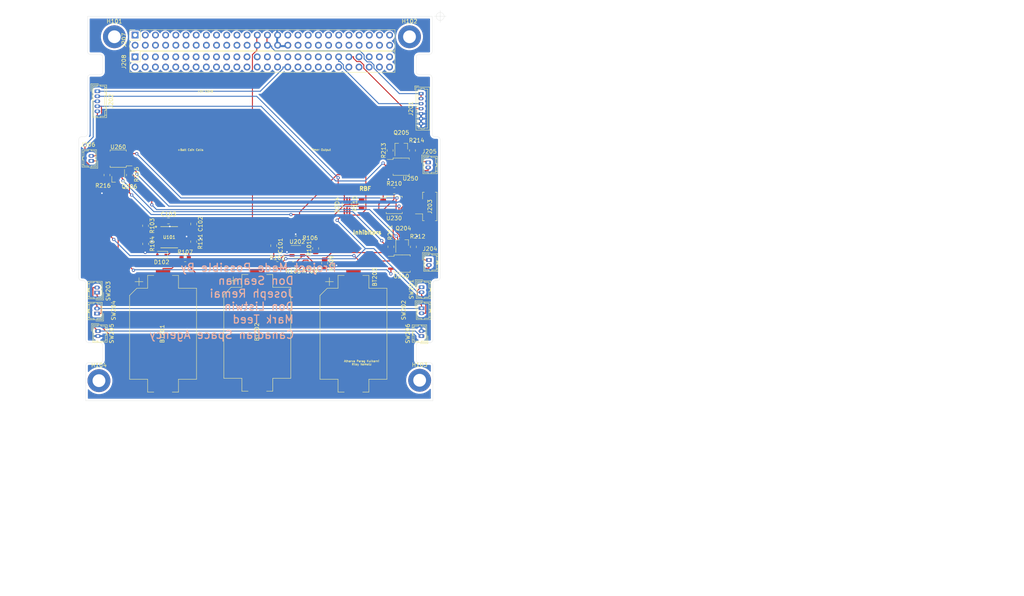
<source format=kicad_pcb>
(kicad_pcb (version 20171130) (host pcbnew "(5.1.12)-1")
  (layers (0 F.Cu signal) (31 B.Cu signal) (34 B.Paste user) (35 F.Paste user) (36 B.SilkS user) (37 F.SilkS user) (38 B.Mask user) (39 F.Mask user) (44 Edge.Cuts user))
  (net 0 "")
  (net 1 I2C_CLK)
  (net 2 I2C_DATA)
  (net 3 +BATT)
  (net 4 "Net-(J203-Pad2)")
  (net 5 "Net-(J203-Pad1)")
  (net 6 "Net-(J204-Pad2)")
  (net 7 "Net-(J204-Pad1)")
  (net 8 "Net-(J205-Pad2)")
  (net 9 "Net-(J205-Pad1)")
  (net 10 "Net-(J206-Pad1)")
  (net 11 "Net-(J206-Pad2)")
  (net 12 "Net-(Q204-Pad2)")
  (net 13 "Net-(Q205-Pad2)")
  (net 14 "Net-(Q206-Pad2)")
  (net 15 InhibV+)
  (net 16 "Net-(Q204-Pad3)")
  (net 17 "Net-(Q204-Pad1)")
  (net 18 "Net-(Q205-Pad3)")
  (net 19 "Net-(Q205-Pad1)")
  (net 20 "Net-(Q206-Pad3)")
  (net 21 "Net-(Q206-Pad1)")
  (net 22 "Net-(R210-Pad1)")
  (net 23 A)
  (net 24 "Net-(D102-Pad1)")
  (net 25 "Net-(D204-Pad6)")
  (net 26 "Net-(D204-Pad2)")
  (net 27 B)
  (net 28 "Net-(J202-Pad3)")
  (net 29 CHRG_ON-OFF)
  (net 30 "Net-(R103-Pad2)")
  (net 31 "Net-(BT201-Pad2)")
  (net 32 GND)
  (net 33 +5V)
  (net 34 "Net-(C103-Pad1)")
  (net 35 /Inhib_in)
  (net 36 +3V3)
  (net 37 USB_Charge)
  (net 38 "Net-(R102-Pad1)")
  (net 39 "Net-(R105-Pad1)")
  (net 40 "Net-(SW201-Pad1)")
  (module Connector_Hirose:Hirose_DF13-05P-1.25DSA_1x05_P1.25mm_Vertical (layer F.Cu) (at 39.48 68.67 270)
    (fp_text reference J202 (at 2.5 -3.4 90) (layer F.SilkS))
    (fp_text value Conn_01x05_Female)
    (pad 5 thru_hole oval (at 5 0 270) (size 0.9 1.4) (drill 0.6) (layers *.Cu *.Mask) (net 31 "Net-(BT201-Pad2)"))
    (pad 4 thru_hole oval (at 3.75 0 270) (size 0.9 1.4) (drill 0.6) (layers *.Cu *.Mask) (net 15 InhibV+))
    (pad 3 thru_hole oval (at 2.5 0 270) (size 0.9 1.4) (drill 0.6) (layers *.Cu *.Mask) (net 28 "Net-(J202-Pad3)"))
    (pad 2 thru_hole oval (at 1.25 0 270) (size 0.9 1.4) (drill 0.6) (layers *.Cu *.Mask) (net 25 "Net-(D204-Pad6)"))
    (pad 1 thru_hole roundrect (at 0 0 270) (size 0.9 1.4) (drill 0.6) (layers *.Cu *.Mask) (net 37 USB_Charge))
  )
  (module Package_TO_SOT_SMD:TSOT-23-6 (layer F.Cu) (at 89.35 108.65)
    (fp_text reference U202 (at 0 -2.45) (layer F.SilkS))
    (fp_text value TPS3700DDCR)
    (pad 6 smd rect (at 1.31 -0.95) (size 1.22 0.65) (layers F.Cu F.Paste F.Mask) (net 29 CHRG_ON-OFF))
    (pad 5 smd rect (at 1.31 0) (size 1.22 0.65) (layers F.Cu F.Paste F.Mask) (net 33 +5V))
    (pad 4 smd rect (at 1.31 0.95) (size 1.22 0.65) (layers F.Cu F.Paste F.Mask) (net 39 "Net-(R105-Pad1)"))
    (pad 3 smd rect (at -1.31 0.95) (size 1.22 0.65) (layers F.Cu F.Paste F.Mask) (net 38 "Net-(R102-Pad1)"))
    (pad 2 smd rect (at -1.31 0) (size 1.22 0.65) (layers F.Cu F.Paste F.Mask) (net 32 GND))
    (pad 1 smd rect (at -1.31 -0.95) (size 1.22 0.65) (layers F.Cu F.Paste F.Mask) (net 29 CHRG_ON-OFF))
  )
  (module LT1521IS8-5TR:SO-8_S (layer F.Cu) (at 57.41 105.08)
    (fp_text reference U101 (at 0 0) (layer F.SilkS) (effects (font (size 0.787402 0.787402))))
    (fp_text value LT1521IS8-5TR)
    (fp_text user * (at -3.302 -2.3114) (layer F.SilkS))
    (pad 8 smd rect (at 2.4638 -1.905) (size 1.9812 0.5334) (layers F.Cu F.Paste F.Mask) (net 33 +5V))
    (pad 7 smd rect (at 2.4638 -0.635) (size 1.9812 0.5334) (layers F.Cu F.Paste F.Mask) (net 32 GND))
    (pad 6 smd rect (at 2.4638 0.635) (size 1.9812 0.5334) (layers F.Cu F.Paste F.Mask) (net 32 GND))
    (pad 5 smd rect (at 2.4638 1.905) (size 1.9812 0.5334) (layers F.Cu F.Paste F.Mask) (net 29 CHRG_ON-OFF))
    (pad 4 smd rect (at -2.4638 1.905) (size 1.9812 0.5334) (layers F.Cu F.Paste F.Mask))
    (pad 3 smd rect (at -2.4638 0.635) (size 1.9812 0.5334) (layers F.Cu F.Paste F.Mask) (net 32 GND))
    (pad 2 smd rect (at -2.4638 -0.635) (size 1.9812 0.5334) (layers F.Cu F.Paste F.Mask) (net 30 "Net-(R103-Pad2)"))
    (pad 1 smd rect (at -2.4638 -1.905) (size 1.9812 0.5334) (layers F.Cu F.Paste F.Mask) (net 34 "Net-(C103-Pad1)"))
  )
  (module Resistor_SMD:R_0805_2012Metric (layer F.Cu) (at 63.5 106.172 270)
    (fp_text reference R111 (at 0 -1.65 90) (layer F.SilkS))
    (fp_text value 17)
    (pad 2 smd roundrect (at 0.9125 0 270) (size 1.025 1.4) (layers F.Cu F.Paste F.Mask) (roundrect_rratio 0.243902) (net 24 "Net-(D102-Pad1)"))
    (pad 1 smd roundrect (at -0.9125 0 270) (size 1.025 1.4) (layers F.Cu F.Paste F.Mask) (roundrect_rratio 0.243902) (net 32 GND))
  )
  (module Resistor_SMD:R_0805_2012Metric (layer F.Cu) (at 105.41 96.774 90)
    (fp_text reference R110 (at 0 -1.65 90) (layer F.SilkS))
    (fp_text value 60)
    (pad 2 smd roundrect (at 0.9125 0 90) (size 1.025 1.4) (layers F.Cu F.Paste F.Mask) (roundrect_rratio 0.243902) (net 33 +5V))
    (pad 1 smd roundrect (at -0.9125 0 90) (size 1.025 1.4) (layers F.Cu F.Paste F.Mask) (roundrect_rratio 0.243902) (net 26 "Net-(D204-Pad2)"))
  )
  (module Resistor_SMD:R_0805_2012Metric (layer F.Cu) (at 96.18 111.56 270)
    (fp_text reference R109 (at 0 -1.65 90) (layer F.SilkS))
    (fp_text value 1M)
    (pad 2 smd roundrect (at 0.9125 0 270) (size 1.025 1.4) (layers F.Cu F.Paste F.Mask) (roundrect_rratio 0.243902) (net 32 GND))
    (pad 1 smd roundrect (at -0.9125 0 270) (size 1.025 1.4) (layers F.Cu F.Paste F.Mask) (roundrect_rratio 0.243902) (net 15 InhibV+))
  )
  (module Resistor_SMD:R_0805_2012Metric (layer F.Cu) (at 92.36 111.85)
    (fp_text reference R108 (at 0.07 1.69) (layer F.SilkS))
    (fp_text value 100k)
    (pad 2 smd roundrect (at 0.9125 0) (size 1.025 1.4) (layers F.Cu F.Paste F.Mask) (roundrect_rratio 0.243902) (net 39 "Net-(R105-Pad1)"))
    (pad 1 smd roundrect (at -0.9125 0) (size 1.025 1.4) (layers F.Cu F.Paste F.Mask) (roundrect_rratio 0.243902) (net 32 GND))
  )
  (module Resistor_SMD:R_0805_2012Metric (layer F.Cu) (at 61.39 110.44)
    (fp_text reference R107 (at 0 -1.65) (layer F.SilkS))
    (fp_text value 81)
    (pad 2 smd roundrect (at 0.9125 0) (size 1.025 1.4) (layers F.Cu F.Paste F.Mask) (roundrect_rratio 0.243902) (net 24 "Net-(D102-Pad1)"))
    (pad 1 smd roundrect (at -0.9125 0) (size 1.025 1.4) (layers F.Cu F.Paste F.Mask) (roundrect_rratio 0.243902) (net 23 A))
  )
  (module Resistor_SMD:R_0805_2012Metric (layer F.Cu) (at 89.01 105.52 180)
    (fp_text reference R106 (at -3.556 0.254) (layer F.SilkS))
    (fp_text value 1M)
    (pad 2 smd roundrect (at 0.9125 0 180) (size 1.025 1.4) (layers F.Cu F.Paste F.Mask) (roundrect_rratio 0.243902) (net 32 GND))
    (pad 1 smd roundrect (at -0.9125 0 180) (size 1.025 1.4) (layers F.Cu F.Paste F.Mask) (roundrect_rratio 0.243902) (net 35 /Inhib_in))
  )
  (module Resistor_SMD:R_0805_2012Metric (layer F.Cu) (at 88.36 111.94 180)
    (fp_text reference R105 (at 0 -1.65) (layer F.SilkS))
    (fp_text value 49.9k)
    (pad 2 smd roundrect (at 0.9125 0 180) (size 1.025 1.4) (layers F.Cu F.Paste F.Mask) (roundrect_rratio 0.243902) (net 38 "Net-(R102-Pad1)"))
    (pad 1 smd roundrect (at -0.9125 0 180) (size 1.025 1.4) (layers F.Cu F.Paste F.Mask) (roundrect_rratio 0.243902) (net 39 "Net-(R105-Pad1)"))
  )
  (module Resistor_SMD:R_0805_2012Metric (layer F.Cu) (at 51.53 106.74 270)
    (fp_text reference R104 (at 0 -1.65 90) (layer F.SilkS))
    (fp_text value R)
    (pad 2 smd roundrect (at 0.9125 0 270) (size 1.025 1.4) (layers F.Cu F.Paste F.Mask) (roundrect_rratio 0.243902) (net 32 GND))
    (pad 1 smd roundrect (at -0.9125 0 270) (size 1.025 1.4) (layers F.Cu F.Paste F.Mask) (roundrect_rratio 0.243902) (net 30 "Net-(R103-Pad2)"))
  )
  (module Resistor_SMD:R_0805_2012Metric (layer F.Cu) (at 51.5 102.22 270)
    (fp_text reference R103 (at 0 -1.65 90) (layer F.SilkS))
    (fp_text value R)
    (pad 2 smd roundrect (at 0.9125 0 270) (size 1.025 1.4) (layers F.Cu F.Paste F.Mask) (roundrect_rratio 0.243902) (net 30 "Net-(R103-Pad2)"))
    (pad 1 smd roundrect (at -0.9125 0 270) (size 1.025 1.4) (layers F.Cu F.Paste F.Mask) (roundrect_rratio 0.243902) (net 34 "Net-(C103-Pad1)"))
  )
  (module Resistor_SMD:R_0805_2012Metric (layer F.Cu) (at 84.38 111.9)
    (fp_text reference R102 (at 0 -1.65) (layer F.SilkS))
    (fp_text value 604K)
    (pad 2 smd roundrect (at 0.9125 0) (size 1.025 1.4) (layers F.Cu F.Paste F.Mask) (roundrect_rratio 0.243902) (net 27 B))
    (pad 1 smd roundrect (at -0.9125 0) (size 1.025 1.4) (layers F.Cu F.Paste F.Mask) (roundrect_rratio 0.243902) (net 38 "Net-(R102-Pad1)"))
  )
  (module Resistor_SMD:R_0805_2012Metric (layer F.Cu) (at 93.94 107.88 90)
    (fp_text reference R101 (at 0 -1.65 90) (layer F.SilkS))
    (fp_text value 10k)
    (pad 2 smd roundrect (at 0.9125 0 90) (size 1.025 1.4) (layers F.Cu F.Paste F.Mask) (roundrect_rratio 0.243902) (net 29 CHRG_ON-OFF))
    (pad 1 smd roundrect (at -0.9125 0 90) (size 1.025 1.4) (layers F.Cu F.Paste F.Mask) (roundrect_rratio 0.243902) (net 33 +5V))
  )
  (module Diode_SMD:D_SOD-323 (layer F.Cu) (at 55.5 109.43 180)
    (fp_text reference D102 (at 0 -1.85) (layer F.SilkS))
    (fp_text value RB751V40T1G)
    (pad 2 smd rect (at 1.05 0 180) (size 0.6 0.45) (layers F.Cu F.Paste F.Mask) (net 34 "Net-(C103-Pad1)"))
    (pad 1 smd rect (at -1.05 0 180) (size 0.6 0.45) (layers F.Cu F.Paste F.Mask) (net 24 "Net-(D102-Pad1)"))
  )
  (module Capacitor_SMD:C_0805_2012Metric (layer F.Cu) (at 57.23 101.01)
    (fp_text reference C103 (at 0 -1.68) (layer F.SilkS))
    (fp_text value C)
    (pad 2 smd roundrect (at 0.95 0) (size 1 1.45) (layers F.Cu F.Paste F.Mask) (net 32 GND))
    (pad 1 smd roundrect (at -0.95 0) (size 1 1.45) (layers F.Cu F.Paste F.Mask) (net 34 "Net-(C103-Pad1)"))
  )
  (module Capacitor_SMD:C_0805_2012Metric (layer F.Cu) (at 63.52 101.78 270)
    (fp_text reference C102 (at 0 -1.68 90) (layer F.SilkS))
    (fp_text value 1uF)
    (pad 2 smd roundrect (at 0.95 0 270) (size 1 1.45) (layers F.Cu F.Paste F.Mask) (net 32 GND))
    (pad 1 smd roundrect (at -0.95 0 270) (size 1 1.45) (layers F.Cu F.Paste F.Mask) (net 33 +5V))
  )
  (module Capacitor_SMD:C_0805_2012Metric (layer F.Cu) (at 83.48 107.19 270)
    (fp_text reference C101 (at 0 -1.68 90) (layer F.SilkS))
    (fp_text value 0.1uF)
    (pad 2 smd roundrect (at 0.95 0 270) (size 1 1.45) (layers F.Cu F.Paste F.Mask) (net 32 GND))
    (pad 1 smd roundrect (at -0.95 0 270) (size 1 1.45) (layers F.Cu F.Paste F.Mask) (net 33 +5V))
  )
  (module Battery:BatteryHolder_Keystone_1060_1x2032 (layer F.Cu) (at 103.37 129.16 270)
    (fp_text reference BT203 (at -14.125 -5.3 90) (layer F.SilkS))
    (fp_text value Battery_Cell)
    (pad 1 smd rect (at -14.65 0 90) (size 2.6 3.6) (layers F.Cu F.Paste F.Mask) (net 23 A))
    (pad 2 smd rect (at 14.65 0 90) (size 2.6 3.6) (layers F.Cu F.Paste F.Mask) (net 31 "Net-(BT201-Pad2)"))
  )
  (module Connector_PinSocket_2.54mm:PinSocket_2x26_P2.54mm_Vertical (layer F.Cu) (at 48.9 54.64 90)
    (fp_text reference J207 (at -1.27 -2.77 90) (layer F.SilkS))
    (fp_text value Conn_02x26_Odd_Even)
    (pad 52 thru_hole oval (at -2.54 63.5 90) (size 1.7 1.7) (drill 1) (layers *.Cu *.Mask))
    (pad 51 thru_hole oval (at 0 63.5 90) (size 1.7 1.7) (drill 1) (layers *.Cu *.Mask))
    (pad 50 thru_hole oval (at -2.54 60.96 90) (size 1.7 1.7) (drill 1) (layers *.Cu *.Mask))
    (pad 49 thru_hole oval (at 0 60.96 90) (size 1.7 1.7) (drill 1) (layers *.Cu *.Mask))
    (pad 48 thru_hole oval (at -2.54 58.42 90) (size 1.7 1.7) (drill 1) (layers *.Cu *.Mask))
    (pad 47 thru_hole oval (at 0 58.42 90) (size 1.7 1.7) (drill 1) (layers *.Cu *.Mask))
    (pad 46 thru_hole oval (at -2.54 55.88 90) (size 1.7 1.7) (drill 1) (layers *.Cu *.Mask))
    (pad 45 thru_hole oval (at 0 55.88 90) (size 1.7 1.7) (drill 1) (layers *.Cu *.Mask))
    (pad 44 thru_hole oval (at -2.54 53.34 90) (size 1.7 1.7) (drill 1) (layers *.Cu *.Mask))
    (pad 43 thru_hole oval (at 0 53.34 90) (size 1.7 1.7) (drill 1) (layers *.Cu *.Mask))
    (pad 42 thru_hole oval (at -2.54 50.8 90) (size 1.7 1.7) (drill 1) (layers *.Cu *.Mask))
    (pad 41 thru_hole oval (at 0 50.8 90) (size 1.7 1.7) (drill 1) (layers *.Cu *.Mask))
    (pad 40 thru_hole oval (at -2.54 48.26 90) (size 1.7 1.7) (drill 1) (layers *.Cu *.Mask))
    (pad 39 thru_hole oval (at 0 48.26 90) (size 1.7 1.7) (drill 1) (layers *.Cu *.Mask))
    (pad 38 thru_hole oval (at -2.54 45.72 90) (size 1.7 1.7) (drill 1) (layers *.Cu *.Mask))
    (pad 37 thru_hole oval (at 0 45.72 90) (size 1.7 1.7) (drill 1) (layers *.Cu *.Mask))
    (pad 36 thru_hole oval (at -2.54 43.18 90) (size 1.7 1.7) (drill 1) (layers *.Cu *.Mask))
    (pad 35 thru_hole oval (at 0 43.18 90) (size 1.7 1.7) (drill 1) (layers *.Cu *.Mask))
    (pad 34 thru_hole oval (at -2.54 40.64 90) (size 1.7 1.7) (drill 1) (layers *.Cu *.Mask))
    (pad 33 thru_hole oval (at 0 40.64 90) (size 1.7 1.7) (drill 1) (layers *.Cu *.Mask))
    (pad 32 thru_hole oval (at -2.54 38.1 90) (size 1.7 1.7) (drill 1) (layers *.Cu *.Mask) (net 32 GND))
    (pad 31 thru_hole oval (at 0 38.1 90) (size 1.7 1.7) (drill 1) (layers *.Cu *.Mask))
    (pad 30 thru_hole oval (at -2.54 35.56 90) (size 1.7 1.7) (drill 1) (layers *.Cu *.Mask) (net 32 GND))
    (pad 29 thru_hole oval (at 0 35.56 90) (size 1.7 1.7) (drill 1) (layers *.Cu *.Mask) (net 32 GND))
    (pad 28 thru_hole oval (at -2.54 33.02 90) (size 1.7 1.7) (drill 1) (layers *.Cu *.Mask) (net 36 +3V3))
    (pad 27 thru_hole oval (at 0 33.02 90) (size 1.7 1.7) (drill 1) (layers *.Cu *.Mask) (net 36 +3V3))
    (pad 26 thru_hole oval (at -2.54 30.48 90) (size 1.7 1.7) (drill 1) (layers *.Cu *.Mask) (net 33 +5V))
    (pad 25 thru_hole oval (at 0 30.48 90) (size 1.7 1.7) (drill 1) (layers *.Cu *.Mask) (net 33 +5V))
    (pad 24 thru_hole oval (at -2.54 27.94 90) (size 1.7 1.7) (drill 1) (layers *.Cu *.Mask))
    (pad 23 thru_hole oval (at 0 27.94 90) (size 1.7 1.7) (drill 1) (layers *.Cu *.Mask))
    (pad 22 thru_hole oval (at -2.54 25.4 90) (size 1.7 1.7) (drill 1) (layers *.Cu *.Mask))
    (pad 21 thru_hole oval (at 0 25.4 90) (size 1.7 1.7) (drill 1) (layers *.Cu *.Mask))
    (pad 20 thru_hole oval (at -2.54 22.86 90) (size 1.7 1.7) (drill 1) (layers *.Cu *.Mask))
    (pad 19 thru_hole oval (at 0 22.86 90) (size 1.7 1.7) (drill 1) (layers *.Cu *.Mask))
    (pad 18 thru_hole oval (at -2.54 20.32 90) (size 1.7 1.7) (drill 1) (layers *.Cu *.Mask))
    (pad 17 thru_hole oval (at 0 20.32 90) (size 1.7 1.7) (drill 1) (layers *.Cu *.Mask))
    (pad 16 thru_hole oval (at -2.54 17.78 90) (size 1.7 1.7) (drill 1) (layers *.Cu *.Mask))
    (pad 15 thru_hole oval (at 0 17.78 90) (size 1.7 1.7) (drill 1) (layers *.Cu *.Mask))
    (pad 14 thru_hole oval (at -2.54 15.24 90) (size 1.7 1.7) (drill 1) (layers *.Cu *.Mask))
    (pad 13 thru_hole oval (at 0 15.24 90) (size 1.7 1.7) (drill 1) (layers *.Cu *.Mask))
    (pad 12 thru_hole oval (at -2.54 12.7 90) (size 1.7 1.7) (drill 1) (layers *.Cu *.Mask))
    (pad 11 thru_hole oval (at 0 12.7 90) (size 1.7 1.7) (drill 1) (layers *.Cu *.Mask))
    (pad 10 thru_hole oval (at -2.54 10.16 90) (size 1.7 1.7) (drill 1) (layers *.Cu *.Mask))
    (pad 9 thru_hole oval (at 0 10.16 90) (size 1.7 1.7) (drill 1) (layers *.Cu *.Mask))
    (pad 8 thru_hole oval (at -2.54 7.62 90) (size 1.7 1.7) (drill 1) (layers *.Cu *.Mask))
    (pad 7 thru_hole oval (at 0 7.62 90) (size 1.7 1.7) (drill 1) (layers *.Cu *.Mask))
    (pad 6 thru_hole oval (at -2.54 5.08 90) (size 1.7 1.7) (drill 1) (layers *.Cu *.Mask))
    (pad 5 thru_hole oval (at 0 5.08 90) (size 1.7 1.7) (drill 1) (layers *.Cu *.Mask))
    (pad 4 thru_hole oval (at -2.54 2.54 90) (size 1.7 1.7) (drill 1) (layers *.Cu *.Mask))
    (pad 3 thru_hole oval (at 0 2.54 90) (size 1.7 1.7) (drill 1) (layers *.Cu *.Mask))
    (pad 2 thru_hole oval (at -2.54 0 90) (size 1.7 1.7) (drill 1) (layers *.Cu *.Mask))
    (pad 1 thru_hole rect (at 0 0 90) (size 1.7 1.7) (drill 1) (layers *.Cu *.Mask))
  )
  (module Resistor_SMD:R_0805_2012Metric (layer F.Cu) (at 47.4892 89.5821 90)
    (fp_text reference R215 (at 0.17412 1.78678 90) (layer F.SilkS))
    (fp_text value 25)
    (pad 2 smd roundrect (at 0.9125 0 90) (size 1.025 1.4) (layers F.Cu F.Paste F.Mask) (roundrect_rratio 0.2439014634146341) (net 17 "Net-(Q204-Pad1)"))
    (pad 1 smd roundrect (at -0.9125 0 90) (size 1.025 1.4) (layers F.Cu F.Paste F.Mask) (roundrect_rratio 0.2439014634146341) (net 35 /Inhib_in))
  )
  (module Package_TO_SOT_SMD:SOT-23_Handsoldering (layer F.Cu) (at 44.6774 90.5778 270)
    (fp_text reference Q206 (at 1.8782 -2.82056 180) (layer F.SilkS))
    (fp_text value IRLML2060)
    (pad 3 smd rect (at 1.5 0 270) (size 1.9 0.8) (layers F.Cu F.Paste F.Mask) (net 20 "Net-(Q206-Pad3)"))
    (pad 2 smd rect (at -1.5 0.95 270) (size 1.9 0.8) (layers F.Cu F.Paste F.Mask) (net 14 "Net-(Q206-Pad2)"))
    (pad 1 smd rect (at -1.5 -0.95 270) (size 1.9 0.8) (layers F.Cu F.Paste F.Mask) (net 21 "Net-(Q206-Pad1)"))
  )
  (module Package_TO_SOT_SMD:SOT-23_Handsoldering (layer F.Cu) (at 115.521 106.466 90)
    (fp_text reference Q204 (at 3.5957 0.3026 180) (layer F.SilkS))
    (fp_text value IRLML2060)
    (pad 3 smd rect (at 1.5 0 90) (size 1.9 0.8) (layers F.Cu F.Paste F.Mask) (net 16 "Net-(Q204-Pad3)"))
    (pad 2 smd rect (at -1.5 0.95 90) (size 1.9 0.8) (layers F.Cu F.Paste F.Mask) (net 12 "Net-(Q204-Pad2)"))
    (pad 1 smd rect (at -1.5 -0.95 90) (size 1.9 0.8) (layers F.Cu F.Paste F.Mask) (net 17 "Net-(Q204-Pad1)"))
  )
  (module Resistor_SMD:R_0805_2012Metric (layer F.Cu) (at 113.538 93.472 180)
    (fp_text reference R210 (at 0 1.778) (layer F.SilkS))
    (fp_text value 320)
    (pad 2 smd roundrect (at 0.9125 0 180) (size 1.025 1.4) (layers F.Cu F.Paste F.Mask) (roundrect_rratio 0.2439014634146341) (net 32 GND))
    (pad 1 smd roundrect (at -0.9125 0 180) (size 1.025 1.4) (layers F.Cu F.Paste F.Mask) (roundrect_rratio 0.2439014634146341) (net 22 "Net-(R210-Pad1)"))
  )
  (module Connector_PinSocket_2.54mm:PinSocket_2x26_P2.54mm_Vertical (layer F.Cu) (at 48.88 60.08 90)
    (fp_text reference J208 (at -1.27 -2.77 90) (layer F.SilkS))
    (fp_text value Conn_02x26_Odd_Even)
    (pad 52 thru_hole oval (at -2.54 63.5 90) (size 1.7 1.7) (drill 1) (layers *.Cu *.Mask))
    (pad 51 thru_hole oval (at 0 63.5 90) (size 1.7 1.7) (drill 1) (layers *.Cu *.Mask))
    (pad 50 thru_hole oval (at -2.54 60.96 90) (size 1.7 1.7) (drill 1) (layers *.Cu *.Mask))
    (pad 49 thru_hole oval (at 0 60.96 90) (size 1.7 1.7) (drill 1) (layers *.Cu *.Mask))
    (pad 48 thru_hole oval (at -2.54 58.42 90) (size 1.7 1.7) (drill 1) (layers *.Cu *.Mask))
    (pad 47 thru_hole oval (at 0 58.42 90) (size 1.7 1.7) (drill 1) (layers *.Cu *.Mask))
    (pad 46 thru_hole oval (at -2.54 55.88 90) (size 1.7 1.7) (drill 1) (layers *.Cu *.Mask))
    (pad 45 thru_hole oval (at 0 55.88 90) (size 1.7 1.7) (drill 1) (layers *.Cu *.Mask))
    (pad 44 thru_hole oval (at -2.54 53.34 90) (size 1.7 1.7) (drill 1) (layers *.Cu *.Mask))
    (pad 43 thru_hole oval (at 0 53.34 90) (size 1.7 1.7) (drill 1) (layers *.Cu *.Mask) (net 1 I2C_CLK))
    (pad 42 thru_hole oval (at -2.54 50.8 90) (size 1.7 1.7) (drill 1) (layers *.Cu *.Mask))
    (pad 41 thru_hole oval (at 0 50.8 90) (size 1.7 1.7) (drill 1) (layers *.Cu *.Mask) (net 2 I2C_DATA))
    (pad 40 thru_hole oval (at -2.54 48.26 90) (size 1.7 1.7) (drill 1) (layers *.Cu *.Mask))
    (pad 39 thru_hole oval (at 0 48.26 90) (size 1.7 1.7) (drill 1) (layers *.Cu *.Mask))
    (pad 38 thru_hole oval (at -2.54 45.72 90) (size 1.7 1.7) (drill 1) (layers *.Cu *.Mask))
    (pad 37 thru_hole oval (at 0 45.72 90) (size 1.7 1.7) (drill 1) (layers *.Cu *.Mask))
    (pad 36 thru_hole oval (at -2.54 43.18 90) (size 1.7 1.7) (drill 1) (layers *.Cu *.Mask))
    (pad 35 thru_hole oval (at 0 43.18 90) (size 1.7 1.7) (drill 1) (layers *.Cu *.Mask))
    (pad 34 thru_hole oval (at -2.54 40.64 90) (size 1.7 1.7) (drill 1) (layers *.Cu *.Mask))
    (pad 33 thru_hole oval (at 0 40.64 90) (size 1.7 1.7) (drill 1) (layers *.Cu *.Mask))
    (pad 32 thru_hole oval (at -2.54 38.1 90) (size 1.7 1.7) (drill 1) (layers *.Cu *.Mask) (net 37 USB_Charge))
    (pad 31 thru_hole oval (at 0 38.1 90) (size 1.7 1.7) (drill 1) (layers *.Cu *.Mask))
    (pad 30 thru_hole oval (at -2.54 35.56 90) (size 1.7 1.7) (drill 1) (layers *.Cu *.Mask))
    (pad 29 thru_hole oval (at 0 35.56 90) (size 1.7 1.7) (drill 1) (layers *.Cu *.Mask))
    (pad 28 thru_hole oval (at -2.54 33.02 90) (size 1.7 1.7) (drill 1) (layers *.Cu *.Mask))
    (pad 27 thru_hole oval (at 0 33.02 90) (size 1.7 1.7) (drill 1) (layers *.Cu *.Mask))
    (pad 26 thru_hole oval (at -2.54 30.48 90) (size 1.7 1.7) (drill 1) (layers *.Cu *.Mask))
    (pad 25 thru_hole oval (at 0 30.48 90) (size 1.7 1.7) (drill 1) (layers *.Cu *.Mask))
    (pad 24 thru_hole oval (at -2.54 27.94 90) (size 1.7 1.7) (drill 1) (layers *.Cu *.Mask))
    (pad 23 thru_hole oval (at 0 27.94 90) (size 1.7 1.7) (drill 1) (layers *.Cu *.Mask))
    (pad 22 thru_hole oval (at -2.54 25.4 90) (size 1.7 1.7) (drill 1) (layers *.Cu *.Mask))
    (pad 21 thru_hole oval (at 0 25.4 90) (size 1.7 1.7) (drill 1) (layers *.Cu *.Mask))
    (pad 20 thru_hole oval (at -2.54 22.86 90) (size 1.7 1.7) (drill 1) (layers *.Cu *.Mask))
    (pad 19 thru_hole oval (at 0 22.86 90) (size 1.7 1.7) (drill 1) (layers *.Cu *.Mask))
    (pad 18 thru_hole oval (at -2.54 20.32 90) (size 1.7 1.7) (drill 1) (layers *.Cu *.Mask))
    (pad 17 thru_hole oval (at 0 20.32 90) (size 1.7 1.7) (drill 1) (layers *.Cu *.Mask))
    (pad 16 thru_hole oval (at -2.54 17.78 90) (size 1.7 1.7) (drill 1) (layers *.Cu *.Mask))
    (pad 15 thru_hole oval (at 0 17.78 90) (size 1.7 1.7) (drill 1) (layers *.Cu *.Mask))
    (pad 14 thru_hole oval (at -2.54 15.24 90) (size 1.7 1.7) (drill 1) (layers *.Cu *.Mask))
    (pad 13 thru_hole oval (at 0 15.24 90) (size 1.7 1.7) (drill 1) (layers *.Cu *.Mask))
    (pad 12 thru_hole oval (at -2.54 12.7 90) (size 1.7 1.7) (drill 1) (layers *.Cu *.Mask))
    (pad 11 thru_hole oval (at 0 12.7 90) (size 1.7 1.7) (drill 1) (layers *.Cu *.Mask))
    (pad 10 thru_hole oval (at -2.54 10.16 90) (size 1.7 1.7) (drill 1) (layers *.Cu *.Mask))
    (pad 9 thru_hole oval (at 0 10.16 90) (size 1.7 1.7) (drill 1) (layers *.Cu *.Mask))
    (pad 8 thru_hole oval (at -2.54 7.62 90) (size 1.7 1.7) (drill 1) (layers *.Cu *.Mask))
    (pad 7 thru_hole oval (at 0 7.62 90) (size 1.7 1.7) (drill 1) (layers *.Cu *.Mask))
    (pad 6 thru_hole oval (at -2.54 5.08 90) (size 1.7 1.7) (drill 1) (layers *.Cu *.Mask))
    (pad 5 thru_hole oval (at 0 5.08 90) (size 1.7 1.7) (drill 1) (layers *.Cu *.Mask))
    (pad 4 thru_hole oval (at -2.54 2.54 90) (size 1.7 1.7) (drill 1) (layers *.Cu *.Mask))
    (pad 3 thru_hole oval (at 0 2.54 90) (size 1.7 1.7) (drill 1) (layers *.Cu *.Mask))
    (pad 2 thru_hole oval (at -2.54 0 90) (size 1.7 1.7) (drill 1) (layers *.Cu *.Mask))
    (pad 1 thru_hole rect (at 0 0 90) (size 1.7 1.7) (drill 1) (layers *.Cu *.Mask))
  )
  (module MountingHole:MountingHole_3.2mm_M3_ISO7380_Pad_TopBottom (layer F.Cu) (at 117.35 55.07)
    (fp_text reference H102 (at 0 -3.85) (layer F.SilkS))
    (fp_text value MountingHole)
    (pad 1 connect circle (at 0 0) (size 5.7 5.7) (layers B.Cu B.Mask))
    (pad 1 connect circle (at 0 0) (size 5.7 5.7) (layers F.Cu F.Mask))
    (pad 1 thru_hole circle (at 0 0) (size 3.6 3.6) (drill 3.2) (layers *.Cu *.Mask))
  )
  (module Package_TO_SOT_SMD:SOT-363_SC-70-6_Handsoldering (layer F.Cu) (at 101.755 97.143 90)
    (fp_text reference D204 (at 0.114999 -2.441001 90) (layer F.SilkS))
    (fp_text value BAT54CDW)
    (pad 6 smd rect (at 1.33 -0.65 90) (size 1.5 0.4) (layers F.Cu F.Paste F.Mask) (net 25 "Net-(D204-Pad6)"))
    (pad 5 smd rect (at 1.33 0 90) (size 1.5 0.4) (layers F.Cu F.Paste F.Mask))
    (pad 4 smd rect (at 1.33 0.65 90) (size 1.5 0.4) (layers F.Cu F.Paste F.Mask) (net 33 +5V))
    (pad 3 smd rect (at -1.33 0.65 90) (size 1.5 0.4) (layers F.Cu F.Paste F.Mask) (net 35 /Inhib_in))
    (pad 2 smd rect (at -1.33 0 90) (size 1.5 0.4) (layers F.Cu F.Paste F.Mask) (net 26 "Net-(D204-Pad2)"))
    (pad 1 smd rect (at -1.33 -0.65 90) (size 1.5 0.4) (layers F.Cu F.Paste F.Mask) (net 27 B))
  )
  (module Resistor_SMD:R_0805_2012Metric (layer F.Cu) (at 112.71 107.464 270)
    (fp_text reference R211 (at -3.57792 0.18762 90) (layer F.SilkS))
    (fp_text value 25)
    (pad 2 smd roundrect (at 0.9125 0 270) (size 1.025 1.4) (layers F.Cu F.Paste F.Mask) (roundrect_rratio 0.2439014634146341) (net 21 "Net-(Q206-Pad1)"))
    (pad 1 smd roundrect (at -0.9125 0 270) (size 1.025 1.4) (layers F.Cu F.Paste F.Mask) (roundrect_rratio 0.2439014634146341) (net 35 /Inhib_in))
  )
  (module Resistor_SMD:R_0805_2012Metric (layer F.Cu) (at 118.093 83.4282 90)
    (fp_text reference R214 (at 2.50698 1.03312 180) (layer F.SilkS))
    (fp_text value 80)
    (pad 2 smd roundrect (at 0.9125 0 90) (size 1.025 1.4) (layers F.Cu F.Paste F.Mask) (roundrect_rratio 0.2439014634146341) (net 32 GND))
    (pad 1 smd roundrect (at -0.9125 0 90) (size 1.025 1.4) (layers F.Cu F.Paste F.Mask) (roundrect_rratio 0.2439014634146341) (net 13 "Net-(Q205-Pad2)"))
  )
  (module Package_SO:SOP-4_3.8x4.1mm_P2.54mm (layer F.Cu) (at 44.6749 85.4775 180)
    (fp_text reference U260 (at 0 2.92748) (layer F.SilkS))
    (fp_text value CPC1114N)
    (pad 4 smd roundrect (at 2.75 -1.27 180) (size 1.45 0.55) (layers F.Cu F.Paste F.Mask) (net 10 "Net-(J206-Pad1)"))
    (pad 3 smd roundrect (at 2.75 1.27 180) (size 1.45 0.55) (layers F.Cu F.Paste F.Mask) (net 11 "Net-(J206-Pad2)"))
    (pad 2 smd roundrect (at -2.75 1.27 180) (size 1.45 0.55) (layers F.Cu F.Paste F.Mask) (net 16 "Net-(Q204-Pad3)"))
    (pad 1 smd roundrect (at -2.75 -1.27 180) (size 1.45 0.55) (layers F.Cu F.Paste F.Mask) (net 15 InhibV+))
  )
  (module Package_SO:SOP-4_3.8x4.1mm_P2.54mm (layer F.Cu) (at 115.504 111.652)
    (fp_text reference U240 (at -0.18762 3.15562) (layer F.SilkS))
    (fp_text value CPC1114N)
    (pad 4 smd roundrect (at 2.75 -1.27) (size 1.45 0.55) (layers F.Cu F.Paste F.Mask) (net 7 "Net-(J204-Pad1)"))
    (pad 3 smd roundrect (at 2.75 1.27) (size 1.45 0.55) (layers F.Cu F.Paste F.Mask) (net 6 "Net-(J204-Pad2)"))
    (pad 2 smd roundrect (at -2.75 1.27) (size 1.45 0.55) (layers F.Cu F.Paste F.Mask) (net 20 "Net-(Q206-Pad3)"))
    (pad 1 smd roundrect (at -2.75 -1.27) (size 1.45 0.55) (layers F.Cu F.Paste F.Mask) (net 15 InhibV+))
  )
  (module Resistor_SMD:R_0805_2012Metric (layer F.Cu) (at 112.512 83.4383 270)
    (fp_text reference R213 (at 0.0127 1.62814 90) (layer F.SilkS))
    (fp_text value 25)
    (pad 2 smd roundrect (at 0.9125 0 270) (size 1.025 1.4) (layers F.Cu F.Paste F.Mask) (roundrect_rratio 0.2439014634146341) (net 19 "Net-(Q205-Pad1)"))
    (pad 1 smd roundrect (at -0.9125 0 270) (size 1.025 1.4) (layers F.Cu F.Paste F.Mask) (roundrect_rratio 0.2439014634146341) (net 35 /Inhib_in))
  )
  (module Resistor_SMD:R_0805_2012Metric (layer F.Cu) (at 41.886 89.5694 270)
    (fp_text reference R216 (at 2.63258 0.99198 180) (layer F.SilkS))
    (fp_text value 80)
    (pad 2 smd roundrect (at 0.9125 0 270) (size 1.025 1.4) (layers F.Cu F.Paste F.Mask) (roundrect_rratio 0.2439014634146341) (net 32 GND))
    (pad 1 smd roundrect (at -0.9125 0 270) (size 1.025 1.4) (layers F.Cu F.Paste F.Mask) (roundrect_rratio 0.2439014634146341) (net 12 "Net-(Q204-Pad2)"))
  )
  (module Package_SO:SOP-4_3.8x4.1mm_P2.54mm (layer F.Cu) (at 115.263 87.4871)
    (fp_text reference U250 (at 2.33868 2.93692) (layer F.SilkS))
    (fp_text value CPC1114N)
    (pad 4 smd roundrect (at 2.75 -1.27) (size 1.45 0.55) (layers F.Cu F.Paste F.Mask) (net 9 "Net-(J205-Pad1)"))
    (pad 3 smd roundrect (at 2.75 1.27) (size 1.45 0.55) (layers F.Cu F.Paste F.Mask) (net 8 "Net-(J205-Pad2)"))
    (pad 2 smd roundrect (at -2.75 1.27) (size 1.45 0.55) (layers F.Cu F.Paste F.Mask) (net 18 "Net-(Q205-Pad3)"))
    (pad 1 smd roundrect (at -2.75 -1.27) (size 1.45 0.55) (layers F.Cu F.Paste F.Mask) (net 15 InhibV+))
  )
  (module Resistor_SMD:R_0805_2012Metric (layer F.Cu) (at 118.326 107.484 90)
    (fp_text reference R212 (at 2.59842 1.05444) (layer F.SilkS))
    (fp_text value 80)
    (pad 2 smd roundrect (at 0.9125 0 90) (size 1.025 1.4) (layers F.Cu F.Paste F.Mask) (roundrect_rratio 0.2439014634146341) (net 32 GND))
    (pad 1 smd roundrect (at -0.9125 0 90) (size 1.025 1.4) (layers F.Cu F.Paste F.Mask) (roundrect_rratio 0.2439014634146341) (net 14 "Net-(Q206-Pad2)"))
  )
  (module Package_TO_SOT_SMD:SOT-23_Handsoldering (layer F.Cu) (at 115.296 82.4172 90)
    (fp_text reference Q205 (at 3.42324 0.01966 180) (layer F.SilkS))
    (fp_text value IRLML2060)
    (pad 3 smd rect (at 1.5 0 90) (size 1.9 0.8) (layers F.Cu F.Paste F.Mask) (net 18 "Net-(Q205-Pad3)"))
    (pad 2 smd rect (at -1.5 0.95 90) (size 1.9 0.8) (layers F.Cu F.Paste F.Mask) (net 13 "Net-(Q205-Pad2)"))
    (pad 1 smd rect (at -1.5 -0.95 90) (size 1.9 0.8) (layers F.Cu F.Paste F.Mask) (net 19 "Net-(Q205-Pad1)"))
  )
  (module Package_SO:SOP-4_3.8x4.1mm_P2.54mm (layer F.Cu) (at 113.538 97.028)
    (fp_text reference U230 (at -0.03556 3.302 180) (layer F.SilkS))
    (fp_text value CPC1114N)
    (pad 4 smd roundrect (at 2.75 -1.27) (size 1.45 0.55) (layers F.Cu F.Paste F.Mask) (net 5 "Net-(J203-Pad1)"))
    (pad 3 smd roundrect (at 2.75 1.27) (size 1.45 0.55) (layers F.Cu F.Paste F.Mask) (net 4 "Net-(J203-Pad2)"))
    (pad 2 smd roundrect (at -2.75 1.27) (size 1.45 0.55) (layers F.Cu F.Paste F.Mask) (net 22 "Net-(R210-Pad1)"))
    (pad 1 smd roundrect (at -2.75 -1.27) (size 1.45 0.55) (layers F.Cu F.Paste F.Mask) (net 15 InhibV+))
  )
  (module Connector_Molex:Molex_PicoBlade_53047-0710_1x07_P1.25mm_Vertical (layer F.Cu) (at 120.226 69.2499 270)
    (fp_text reference J201 (at 3.75 2.54 270) (layer F.SilkS))
    (fp_text value Conn_01x07)
    (pad 1 thru_hole roundrect (at 0 0 270) (size 0.8 1.3) (drill 0.5) (layers *.Cu *.Mask) (net 36 +3V3))
    (pad 2 thru_hole oval (at 1.25 0 270) (size 0.8 1.3) (drill 0.5) (layers *.Cu *.Mask) (net 36 +3V3))
    (pad 3 thru_hole oval (at 2.5 0 270) (size 0.8 1.3) (drill 0.5) (layers *.Cu *.Mask) (net 2 I2C_DATA))
    (pad 4 thru_hole oval (at 3.75 0 270) (size 0.8 1.3) (drill 0.5) (layers *.Cu *.Mask) (net 1 I2C_CLK))
    (pad 5 thru_hole oval (at 5 0 270) (size 0.8 1.3) (drill 0.5) (layers *.Cu *.Mask) (net 32 GND))
    (pad 6 thru_hole oval (at 6.25 0 270) (size 0.8 1.3) (drill 0.5) (layers *.Cu *.Mask) (net 32 GND))
    (pad 7 thru_hole oval (at 7.5 0 270) (size 0.8 1.3) (drill 0.5) (layers *.Cu *.Mask) (net 32 GND))
  )
  (module Connector_Hirose:Hirose_DF13-02P-1.25DSA_1x02_P1.25mm_Vertical (layer F.Cu) (at 120.36 117.553 270)
    (fp_text reference SW201 (at 0.508 2.54 90) (layer F.SilkS))
    (fp_text value SW_Push)
    (pad 1 thru_hole roundrect (at 0 0 270) (size 0.9 1.4) (drill 0.6) (layers *.Cu *.Mask) (net 40 "Net-(SW201-Pad1)"))
    (pad 2 thru_hole oval (at 1.25 0 270) (size 0.9 1.4) (drill 0.6) (layers *.Cu *.Mask) (net 27 B))
  )
  (module MountingHole:MountingHole_3.2mm_M3_ISO7380_Pad_TopBottom (layer F.Cu) (at 119.88 140.76)
    (fp_text reference H103 (at 0 -3.85) (layer F.SilkS))
    (fp_text value MountingHole)
    (pad 1 connect circle (at 0 0) (size 5.7 5.7) (layers B.Cu B.Mask))
    (pad 1 connect circle (at 0 0) (size 5.7 5.7) (layers F.Cu F.Mask))
    (pad 1 thru_hole circle (at 0 0) (size 3.6 3.6) (drill 3.2) (layers *.Cu *.Mask))
  )
  (module Connector_Hirose:Hirose_DF13-02P-1.25DSA_1x02_P1.25mm_Vertical (layer F.Cu) (at 120.32 129.74 90)
    (fp_text reference SW206 (at 0.62 -3.4 90) (layer F.SilkS))
    (fp_text value SW_Push)
    (pad 2 thru_hole oval (at 1.25 0 90) (size 0.9 1.4) (drill 0.6) (layers *.Cu *.Mask) (net 32 GND))
    (pad 1 thru_hole roundrect (at 0 0 90) (size 0.9 1.4) (drill 0.6) (layers *.Cu *.Mask) (net 28 "Net-(J202-Pad3)"))
  )
  (module Connector_Hirose:Hirose_DF13-02P-1.25DSA_1x02_P1.25mm_Vertical (layer F.Cu) (at 120.36 122.801 270)
    (fp_text reference SW202 (at 0.4699 4.4704 90) (layer F.SilkS))
    (fp_text value SW_Push)
    (pad 1 thru_hole rect (at 0 0 270) (size 0.9 1.4) (drill 0.6) (layers *.Cu *.Mask) (net 40 "Net-(SW201-Pad1)"))
    (pad 2 thru_hole oval (at 1.25 0 270) (size 0.9 1.4) (drill 0.6) (layers *.Cu *.Mask) (net 27 B))
  )
  (module Connector_Hirose:Hirose_DF13C_CL535-0403-5-51_1x03-1MP_P1.25mm_Vertical (layer F.Cu) (at 121.158 97.4 90)
    (fp_text reference J203 (at -0.05158 1.28162 90) (layer F.SilkS))
    (fp_text value Conn_01x03)
    (pad 3 smd rect (at 1.25 -1.45 90) (size 0.7 1.8) (layers F.Cu F.Paste F.Mask))
    (pad 2 smd rect (at 0 -1.45 90) (size 0.7 1.8) (layers F.Cu F.Paste F.Mask) (net 4 "Net-(J203-Pad2)"))
    (pad 1 smd rect (at -1.25 -1.45 90) (size 0.7 1.8) (layers F.Cu F.Paste F.Mask) (net 5 "Net-(J203-Pad1)"))
    (pad MP smd rect (at -3.5 1.25 90) (size 1.6 2.2) (layers F.Cu F.Paste F.Mask))
    (pad MP smd rect (at 3.5 1.25 90) (size 1.6 2.2) (layers F.Cu F.Paste F.Mask))
  )
  (module Connector_Hirose:Hirose_DF13-02P-1.25DSA_1x02_P1.25mm_Vertical (layer F.Cu) (at 122.004 86.4228 270)
    (fp_text reference J205 (at -2.73304 -0.30988 180) (layer F.SilkS))
    (fp_text value Conn_01x02)
    (pad 2 thru_hole oval (at 1.25 0 270) (size 0.9 1.4) (drill 0.6) (layers *.Cu *.Mask) (net 8 "Net-(J205-Pad2)"))
    (pad 1 thru_hole roundrect (at 0 0 270) (size 0.9 1.4) (drill 0.6) (layers *.Cu *.Mask) (net 9 "Net-(J205-Pad1)"))
  )
  (module Connector_Hirose:Hirose_DF13-02P-1.25DSA_1x02_P1.25mm_Vertical (layer F.Cu) (at 39.3954 124.115 90)
    (fp_text reference SW204 (at 0.76962 4.13004 90) (layer F.SilkS))
    (fp_text value SW_Push)
    (pad 2 thru_hole oval (at 1.25 0 90) (size 0.9 1.4) (drill 0.6) (layers *.Cu *.Mask) (net 40 "Net-(SW201-Pad1)"))
    (pad 1 thru_hole rect (at 0 0 90) (size 0.9 1.4) (drill 0.6) (layers *.Cu *.Mask) (net 23 A))
  )
  (module Connector_Hirose:Hirose_DF13-02P-1.25DSA_1x02_P1.25mm_Vertical (layer F.Cu) (at 39.3929 118.892 90)
    (fp_text reference SW203 (at 0.381 2.794 270) (layer F.SilkS))
    (fp_text value SW_Push)
    (pad 2 thru_hole oval (at 1.25 0 90) (size 0.9 1.4) (drill 0.6) (layers *.Cu *.Mask) (net 40 "Net-(SW201-Pad1)"))
    (pad 1 thru_hole rect (at 0 0 90) (size 0.9 1.4) (drill 0.6) (layers *.Cu *.Mask) (net 23 A))
  )
  (module Battery:BatteryHolder_Keystone_1060_1x2032 (layer F.Cu) (at 55.87 129.16 270)
    (fp_text reference BT201 (at 0.0254 0.2032 90) (layer F.SilkS))
    (fp_text value Battery_Cell)
    (pad 1 smd rect (at -14.65 0 90) (size 2.6 3.6) (layers F.Cu F.Paste F.Mask) (net 23 A))
    (pad 2 smd rect (at 14.65 0 90) (size 2.6 3.6) (layers F.Cu F.Paste F.Mask) (net 31 "Net-(BT201-Pad2)"))
  )
  (module Connector_Hirose:Hirose_DF13-02P-1.25DSA_1x02_P1.25mm_Vertical (layer F.Cu) (at 39.63 128.49 270)
    (fp_text reference SW205 (at 0.62 -3.4 90) (layer F.SilkS))
    (fp_text value SW_Push)
    (pad 2 thru_hole oval (at 1.25 0 270) (size 0.9 1.4) (drill 0.6) (layers *.Cu *.Mask) (net 32 GND))
    (pad 1 thru_hole roundrect (at 0 0 270) (size 0.9 1.4) (drill 0.6) (layers *.Cu *.Mask) (net 28 "Net-(J202-Pad3)"))
  )
  (module Battery:BatteryHolder_Keystone_1060_1x2032 (layer F.Cu) (at 79.39 128.93 270)
    (fp_text reference BT202 (at -0.22642 0.1046 90) (layer F.SilkS))
    (fp_text value Battery_Cell)
    (pad 1 smd rect (at -14.65 0 90) (size 2.6 3.6) (layers F.Cu F.Paste F.Mask) (net 23 A))
    (pad 2 smd rect (at 14.65 0 90) (size 2.6 3.6) (layers F.Cu F.Paste F.Mask) (net 31 "Net-(BT201-Pad2)"))
  )
  (module MountingHole:MountingHole_3.2mm_M3_ISO7380_Pad_TopBottom (layer F.Cu) (at 39.88 140.86)
    (fp_text reference H104 (at 0 -3.85) (layer F.SilkS))
    (fp_text value MountingHole)
    (pad 1 connect circle (at 0 0) (size 5.7 5.7) (layers B.Cu B.Mask))
    (pad 1 connect circle (at 0 0) (size 5.7 5.7) (layers F.Cu F.Mask))
    (pad 1 thru_hole circle (at 0 0) (size 3.6 3.6) (drill 3.2) (layers *.Cu *.Mask))
  )
  (module Connector_Hirose:Hirose_DF13-02P-1.25DSA_1x02_P1.25mm_Vertical (layer F.Cu) (at 37.9603 86.0349 90)
    (fp_text reference J206 (at 4.0604 -0.78668 180) (layer F.SilkS))
    (fp_text value Conn_01x02)
    (pad 1 thru_hole roundrect (at 0 0 90) (size 0.9 1.4) (drill 0.6) (layers *.Cu *.Mask) (net 10 "Net-(J206-Pad1)"))
    (pad 2 thru_hole oval (at 1.25 0 90) (size 0.9 1.4) (drill 0.6) (layers *.Cu *.Mask) (net 11 "Net-(J206-Pad2)"))
  )
  (module Connector_Hirose:Hirose_DF13-02P-1.25DSA_1x02_P1.25mm_Vertical (layer F.Cu) (at 122.192 110.777 270)
    (fp_text reference J204 (at -2.79908 -0.26416 180) (layer F.SilkS))
    (fp_text value Conn_01x02)
    (pad 2 thru_hole oval (at 1.25 0 270) (size 0.9 1.4) (drill 0.6) (layers *.Cu *.Mask) (net 6 "Net-(J204-Pad2)"))
    (pad 1 thru_hole rect (at 0 0 270) (size 0.9 1.4) (drill 0.6) (layers *.Cu *.Mask) (net 7 "Net-(J204-Pad1)"))
  )
  (module MountingHole:MountingHole_3.2mm_M3_ISO7380_Pad_TopBottom (layer F.Cu) (at 43.73 55.07)
    (fp_text reference H101 (at 0 -3.85) (layer F.SilkS))
    (fp_text value MountingHole)
    (pad 1 connect circle (at 0 0) (size 5.7 5.7) (layers B.Cu B.Mask))
    (pad 1 connect circle (at 0 0) (size 5.7 5.7) (layers F.Cu F.Mask))
    (pad 1 thru_hole circle (at 0 0) (size 3.6 3.6) (drill 3.2) (layers *.Cu *.Mask))
  )
  (gr_text "Timer Output" (at 95.29 83.27) (layer F.SilkS) (effects (font (size 0.5 0.5) (thickness 0.1))))
  (gr_text "Atharva Parag Kulkarni\nRiley Nemetz" (at 105.4 136.39) (layer F.SilkS) (effects (font (size 0.5 0.5) (thickness 0.1))))
  (gr_text "+5V CSKB" (at 66.39 68.7) (layer F.SilkS) (effects (font (size 0.5 0.5) (thickness 0.1))))
  (gr_text "+Batt Coin Cells" (at 62.72 83.29) (layer F.SilkS) (effects (font (size 0.5 0.5) (thickness 0.1))))
  (gr_arc (start 119.75 135.64) (end 119 135.64) (angle -90) (layer Edge.Cuts) (width 0.05))
  (gr_line (start 40.83 132.14) (end 40.83 135.64) (layer Edge.Cuts) (width 0.05))
  (gr_arc (start 119.75 63.75) (end 119 63.75) (angle -90) (layer Edge.Cuts) (width 0.05))
  (gr_arc (start 119.75 60.25) (end 119 60.25) (angle 90) (layer Edge.Cuts) (width 0.05))
  (gr_line (start 40.83 60.25) (end 40.83 63.75) (layer Edge.Cuts) (width 0.05))
  (gr_arc (start 119.75 132.14) (end 119 132.14) (angle 90) (layer Edge.Cuts) (width 0.05))
  (gr_line (start 119 60.25) (end 119 63.75) (layer Edge.Cuts) (width 0.05))
  (gr_line (start 119 132.14) (end 119 135.64) (layer Edge.Cuts) (width 0.05))
  (gr_text "Inhibitors \n" (at 107.188 103.886) (layer F.SilkS) (effects (font (size 1 1) (thickness 0.25))))
  (gr_text "RBF \n" (at 106.68 92.964) (layer F.SilkS) (effects (font (size 1 1) (thickness 0.25))))
  (gr_line (start 119.75 136.39) (end 122.45 136.39) (layer Edge.Cuts) (width 0.05))
  (gr_line (start 122.45 131.39) (end 119.75 131.39) (layer Edge.Cuts) (width 0.05))
  (gr_arc (start 123.73 79.25) (end 122.98 79.25) (angle -90) (layer Edge.Cuts) (width 0.05))
  (gr_arc (start 123.95 116.64) (end 123.2 116.64) (angle 90) (layer Edge.Cuts) (width 0.05))
  (gr_line (start 124.25 115.89) (end 123.95 115.89) (layer Edge.Cuts) (width 0.05))
  (gr_line (start 37.33 131.39) (end 40.08 131.39) (layer Edge.Cuts) (width 0.05))
  (gr_arc (start 40.08 132.14) (end 40.83 132.14) (angle -90) (layer Edge.Cuts) (width 0.05))
  (gr_line (start 40.08 136.39) (end 37.33 136.39) (layer Edge.Cuts) (width 0.05))
  (gr_arc (start 40.08 135.64) (end 40.83 135.64) (angle 90) (layer Edge.Cuts) (width 0.05))
  (gr_arc (start 122.45 137.14) (end 123.2 137.14) (angle -90) (layer Edge.Cuts) (width 0.05))
  (gr_line (start 36.58 137.14) (end 36.58 145.89) (layer Edge.Cuts) (width 0.05))
  (gr_line (start 36.58 116.64) (end 36.58 130.64) (layer Edge.Cuts) (width 0.05))
  (gr_line (start 35.58 115.89) (end 35.83 115.89) (layer Edge.Cuts) (width 0.05))
  (gr_arc (start 37.33 137.14) (end 36.58 137.14) (angle 90) (layer Edge.Cuts) (width 0.05))
  (gr_line (start 36.28 80) (end 35.58 80) (layer Edge.Cuts) (width 0.05))
  (gr_arc (start 36.28 79.25) (end 37.03 79.25) (angle 90) (layer Edge.Cuts) (width 0.05))
  (gr_line (start 37.03 65.25) (end 37.03 79.25) (layer Edge.Cuts) (width 0.05))
  (gr_line (start 37.78 59.5) (end 40.08 59.5) (layer Edge.Cuts) (width 0.05))
  (gr_line (start 37.03 50) (end 37.03 58.75) (layer Edge.Cuts) (width 0.05))
  (gr_arc (start 37.78 65.25) (end 37.03 65.25) (angle 90) (layer Edge.Cuts) (width 0.05))
  (gr_arc (start 35.83 116.64) (end 36.58 116.64) (angle -90) (layer Edge.Cuts) (width 0.05))
  (gr_line (start 40.08 64.5) (end 37.78 64.5) (layer Edge.Cuts) (width 0.05))
  (gr_line (start 34.83 80.75) (end 34.83 115.14) (layer Edge.Cuts) (width 0.05))
  (gr_arc (start 122.45 130.64) (end 123.2 130.64) (angle 90) (layer Edge.Cuts) (width 0.05))
  (gr_arc (start 40.08 63.75) (end 40.83 63.75) (angle 90) (layer Edge.Cuts) (width 0.05))
  (gr_arc (start 122.23 65.25) (end 122.98 65.25) (angle -90) (layer Edge.Cuts) (width 0.05))
  (gr_arc (start 40.08 60.25) (end 40.83 60.25) (angle -90) (layer Edge.Cuts) (width 0.05))
  (gr_arc (start 124.25 80.75) (end 125 80.75) (angle -90) (layer Edge.Cuts) (width 0.05))
  (gr_arc (start 35.58 80.75) (end 34.83 80.75) (angle 90) (layer Edge.Cuts) (width 0.05))
  (gr_arc (start 35.58 115.14) (end 34.83 115.14) (angle -90) (layer Edge.Cuts) (width 0.05))
  (gr_arc (start 124.25 115.14) (end 125 115.14) (angle 90) (layer Edge.Cuts) (width 0.05))
  (gr_arc (start 122.25 58.75) (end 123 58.75) (angle 90) (layer Edge.Cuts) (width 0.05))
  (gr_arc (start 37.78 58.75) (end 37.03 58.75) (angle -90) (layer Edge.Cuts) (width 0.05))
  (gr_arc (start 37.33 130.64) (end 36.58 130.64) (angle -90) (layer Edge.Cuts) (width 0.05))
  (gr_line (start 125 80.75) (end 125 115.14) (layer Edge.Cuts) (width 0.05))
  (gr_line (start 123.73 80) (end 124.25 80) (layer Edge.Cuts) (width 0.05))
  (gr_line (start 122.98 65.25) (end 122.98 79.25) (layer Edge.Cuts) (width 0.05))
  (gr_line (start 119.75 64.5) (end 122.23 64.5) (layer Edge.Cuts) (width 0.05))
  (gr_line (start 123 50) (end 123 58.75) (layer Edge.Cuts) (width 0.05))
  (gr_line (start 123.2 116.64) (end 123.2 130.64) (layer Edge.Cuts) (width 0.05))
  (gr_line (start 122.25 59.5) (end 119.75 59.5) (layer Edge.Cuts) (width 0.05))
  (gr_line (start 123.2 137.14) (end 123.2 145.89) (layer Edge.Cuts) (width 0.05))
  (gr_line (start 37.03 50) (end 123 50) (layer Edge.Cuts) (width 0.05))
  (gr_line (start 123.2 145.89) (end 36.58 145.89) (layer Edge.Cuts) (width 0.05))
  (target plus (at 125 50) (size 3) (width 0.05) (layer Edge.Cuts))
  (gr_text "Canadian Space Agency" (at 70.5 129.4) (layer B.SilkS) (effects (font (size 2 2) (thickness 0.3)) (justify mirror)))
  (gr_text "Project Made Possible By\n       Don Seaman\n       Joseph Remai      \n       Don Listwin\n       Mark Teed" (at 99.314 119.126) (layer B.SilkS) (effects (font (size 2 2) (thickness 0.3)) (justify left mirror)))
  (segment (start 102.22 60.08) (end 103.3953 60.08) (width 0.25) (layer F.Cu) (net 1))
  (segment (start 103.3953 60.08) (end 103.3953 60.4474) (width 0.25) (layer F.Cu) (net 1))
  (segment (start 103.3953 60.4474) (end 104.2032 61.2553) (width 0.25) (layer F.Cu) (net 1))
  (segment (start 104.2032 61.2553) (end 105.0963 61.2553) (width 0.25) (layer F.Cu) (net 1))
  (segment (start 105.0963 61.2553) (end 105.9421 62.1011) (width 0.25) (layer F.Cu) (net 1))
  (segment (start 105.9421 62.1011) (end 105.9421 62.9277) (width 0.25) (layer F.Cu) (net 1))
  (segment (start 105.9421 62.9277) (end 116.0143 72.9999) (width 0.25) (layer F.Cu) (net 1))
  (segment (start 116.0143 72.9999) (end 120.226 72.9999) (width 0.25) (layer F.Cu) (net 1))
  (segment (start 99.68 60.08) (end 99.68 61.2553) (width 0.25) (layer B.Cu) (net 2))
  (segment (start 99.68 61.2553) (end 100.0474 61.2553) (width 0.25) (layer B.Cu) (net 2))
  (segment (start 100.0474 61.2553) (end 100.8553 62.0632) (width 0.25) (layer B.Cu) (net 2))
  (segment (start 100.8553 62.0632) (end 100.8553 62.9336) (width 0.25) (layer B.Cu) (net 2))
  (segment (start 100.8553 62.9336) (end 109.6716 71.7499) (width 0.25) (layer B.Cu) (net 2))
  (segment (start 109.6716 71.7499) (end 120.226 71.7499) (width 0.25) (layer B.Cu) (net 2))
  (segment (start 119.708 97.4) (end 117.186 97.4) (width 0.25) (layer F.Cu) (net 4))
  (segment (start 117.186 97.4) (end 116.288 98.298) (width 0.25) (layer F.Cu) (net 4))
  (segment (start 118.4827 98.65) (end 118.2057 98.927) (width 0.25) (layer F.Cu) (net 5))
  (segment (start 118.2057 98.927) (end 115.531 98.927) (width 0.25) (layer F.Cu) (net 5))
  (segment (start 115.531 98.927) (end 115.1901 98.5861) (width 0.25) (layer F.Cu) (net 5))
  (segment (start 115.1901 98.5861) (end 115.1901 97.9048) (width 0.25) (layer F.Cu) (net 5))
  (segment (start 115.1901 97.9048) (end 116.288 96.8069) (width 0.25) (layer F.Cu) (net 5))
  (segment (start 116.288 96.8069) (end 116.288 95.758) (width 0.25) (layer F.Cu) (net 5))
  (segment (start 119.708 98.65) (end 118.4827 98.65) (width 0.25) (layer F.Cu) (net 5))
  (segment (start 122.192 112.027) (end 122.192 112.8023) (width 0.25) (layer F.Cu) (net 6))
  (segment (start 122.192 112.8023) (end 118.3737 112.8023) (width 0.25) (layer F.Cu) (net 6))
  (segment (start 118.3737 112.8023) (end 118.254 112.922) (width 0.25) (layer F.Cu) (net 6))
  (segment (start 122.192 110.777) (end 121.1667 110.777) (width 0.25) (layer F.Cu) (net 7))
  (segment (start 121.1667 110.777) (end 120.7717 110.382) (width 0.25) (layer F.Cu) (net 7))
  (segment (start 120.7717 110.382) (end 118.254 110.382) (width 0.25) (layer F.Cu) (net 7))
  (segment (start 122.004 87.6728) (end 122.004 88.4481) (width 0.25) (layer F.Cu) (net 8))
  (segment (start 122.004 88.4481) (end 118.322 88.4481) (width 0.25) (layer F.Cu) (net 8))
  (segment (start 118.322 88.4481) (end 118.013 88.7571) (width 0.25) (layer F.Cu) (net 8))
  (segment (start 122.004 86.4228) (end 121.7983 86.2171) (width 0.25) (layer F.Cu) (net 9))
  (segment (start 121.7983 86.2171) (end 118.013 86.2171) (width 0.25) (layer F.Cu) (net 9))
  (segment (start 37.9603 86.0349) (end 41.2123 86.0349) (width 0.25) (layer F.Cu) (net 10))
  (segment (start 41.2123 86.0349) (end 41.9249 86.7475) (width 0.25) (layer F.Cu) (net 10))
  (segment (start 37.9603 84.7849) (end 38.9856 84.7849) (width 0.25) (layer F.Cu) (net 11))
  (segment (start 38.9856 84.7849) (end 39.563 84.2075) (width 0.25) (layer F.Cu) (net 11))
  (segment (start 39.563 84.2075) (end 41.9249 84.2075) (width 0.25) (layer F.Cu) (net 11))
  (segment (start 116.471 107.966) (end 116.471 109.2413) (width 0.25) (layer F.Cu) (net 12))
  (segment (start 43.5704 105.6322) (end 43.002 105.0638) (width 0.25) (layer F.Cu) (net 12))
  (segment (start 43.002 105.0638) (end 43.002 89.7729) (width 0.25) (layer F.Cu) (net 12))
  (segment (start 43.002 89.7729) (end 41.886 88.6569) (width 0.25) (layer F.Cu) (net 12))
  (segment (start 103.491 109.667) (end 47.6052 109.667) (width 0.25) (layer B.Cu) (net 12))
  (segment (start 47.6052 109.667) (end 43.5704 105.6322) (width 0.25) (layer B.Cu) (net 12))
  (segment (start 116.471 109.2413) (end 114.71 111.0023) (width 0.25) (layer F.Cu) (net 12))
  (segment (start 114.71 111.0023) (end 104.8263 111.0023) (width 0.25) (layer F.Cu) (net 12))
  (segment (start 104.8263 111.0023) (end 103.491 109.667) (width 0.25) (layer F.Cu) (net 12))
  (via (at 43.5704 105.6322) (size 0.8) (layers F.Cu B.Cu) (net 12))
  (via (at 103.491 109.667) (size 0.8) (layers F.Cu B.Cu) (net 12))
  (segment (start 116.246 83.9172) (end 117.6695 83.9172) (width 0.25) (layer F.Cu) (net 13))
  (segment (start 117.6695 83.9172) (end 118.093 84.3407) (width 0.25) (layer F.Cu) (net 13))
  (segment (start 43.7274 89.0778) (end 44.4527 89.0778) (width 0.25) (layer F.Cu) (net 14))
  (segment (start 114.733 97.3361) (end 114.733 99.3017) (width 0.25) (layer F.Cu) (net 14))
  (segment (start 114.733 99.3017) (end 117.1964 101.7651) (width 0.25) (layer F.Cu) (net 14))
  (segment (start 117.1964 101.7651) (end 117.1964 107.2669) (width 0.25) (layer F.Cu) (net 14))
  (segment (start 117.1964 107.2669) (end 118.326 108.3965) (width 0.25) (layer F.Cu) (net 14))
  (segment (start 49.3185 89.3528) (end 57.3018 97.3361) (width 0.25) (layer B.Cu) (net 14))
  (segment (start 57.3018 97.3361) (end 114.733 97.3361) (width 0.25) (layer B.Cu) (net 14))
  (segment (start 44.4527 89.0778) (end 44.4527 88.3525) (width 0.25) (layer F.Cu) (net 14))
  (segment (start 44.4527 88.3525) (end 45.015 87.7902) (width 0.25) (layer F.Cu) (net 14))
  (segment (start 45.015 87.7902) (end 48.2361 87.7902) (width 0.25) (layer F.Cu) (net 14))
  (segment (start 48.2361 87.7902) (end 49.3185 88.8726) (width 0.25) (layer F.Cu) (net 14))
  (segment (start 49.3185 88.8726) (end 49.3185 89.3528) (width 0.25) (layer F.Cu) (net 14))
  (via (at 114.733 97.3361) (size 0.8) (layers F.Cu B.Cu) (net 14))
  (via (at 49.3185 89.3528) (size 0.8) (layers F.Cu B.Cu) (net 14))
  (segment (start 110.788 95.758) (end 109.6973 96.8487) (width 0.25) (layer F.Cu) (net 15))
  (segment (start 109.6973 96.8487) (end 109.6973 98.7472) (width 0.25) (layer F.Cu) (net 15))
  (segment (start 109.6973 98.7472) (end 113.2908 102.3407) (width 0.25) (layer F.Cu) (net 15))
  (segment (start 113.2908 102.3407) (end 113.2908 105.104) (width 0.25) (layer F.Cu) (net 15))
  (segment (start 113.2908 105.104) (end 113.7381 105.5513) (width 0.25) (layer F.Cu) (net 15))
  (segment (start 113.7381 105.5513) (end 113.7381 108.8976) (width 0.25) (layer F.Cu) (net 15))
  (segment (start 113.7381 108.8976) (end 112.5039 110.1318) (width 0.25) (layer F.Cu) (net 15))
  (segment (start 112.5039 110.1318) (end 112.754 110.382) (width 0.25) (layer F.Cu) (net 15))
  (segment (start 96.18 110.6475) (end 97.9241 108.9034) (width 0.25) (layer F.Cu) (net 15))
  (segment (start 97.9241 108.9034) (end 111.2754 108.9034) (width 0.25) (layer F.Cu) (net 15))
  (segment (start 111.2754 108.9034) (end 112.5039 110.1318) (width 0.25) (layer F.Cu) (net 15))
  (segment (start 39.48 72.42) (end 40.5053 72.42) (width 0.25) (layer F.Cu) (net 15))
  (segment (start 40.5053 72.42) (end 40.5053 79.8279) (width 0.25) (layer F.Cu) (net 15))
  (segment (start 40.5053 79.8279) (end 47.4249 86.7475) (width 0.25) (layer F.Cu) (net 15))
  (segment (start 111.451 87.2791) (end 112.513 86.2171) (width 0.25) (layer F.Cu) (net 15))
  (segment (start 110.788 95.758) (end 110.788 87.9421) (width 0.25) (layer F.Cu) (net 15))
  (segment (start 110.788 87.9421) (end 111.451 87.2791) (width 0.25) (layer F.Cu) (net 15))
  (segment (start 110.7533 86.5814) (end 111.451 87.2791) (width 0.25) (layer F.Cu) (net 15))
  (segment (start 39.48 72.42) (end 80.3272 72.42) (width 0.25) (layer B.Cu) (net 15))
  (segment (start 80.3272 72.42) (end 98.9422 91.035) (width 0.25) (layer B.Cu) (net 15))
  (segment (start 98.9422 91.035) (end 106.2997 91.035) (width 0.25) (layer B.Cu) (net 15))
  (segment (start 106.2997 91.035) (end 110.7533 86.5814) (width 0.25) (layer B.Cu) (net 15))
  (via (at 110.7533 86.5814) (size 0.8) (layers F.Cu B.Cu) (net 15))
  (segment (start 114.7957 104.966) (end 114.7957 104.5574) (width 0.25) (layer F.Cu) (net 16))
  (segment (start 114.7957 104.5574) (end 114.0077 103.7694) (width 0.25) (layer F.Cu) (net 16))
  (segment (start 114.0077 103.7694) (end 114.0077 95.4916) (width 0.25) (layer F.Cu) (net 16))
  (segment (start 114.0077 95.4916) (end 114.2209 95.2784) (width 0.25) (layer F.Cu) (net 16))
  (segment (start 115.521 104.966) (end 114.7957 104.966) (width 0.25) (layer F.Cu) (net 16))
  (segment (start 49.2986 84.253) (end 60.324 95.2784) (width 0.25) (layer B.Cu) (net 16))
  (segment (start 60.324 95.2784) (end 114.2209 95.2784) (width 0.25) (layer B.Cu) (net 16))
  (segment (start 47.4249 84.2075) (end 49.2531 84.2075) (width 0.25) (layer F.Cu) (net 16))
  (segment (start 49.2531 84.2075) (end 49.2986 84.253) (width 0.25) (layer F.Cu) (net 16))
  (via (at 114.2209 95.2784) (size 0.8) (layers F.Cu B.Cu) (net 16))
  (via (at 49.2986 84.253) (size 0.8) (layers F.Cu B.Cu) (net 16))
  (segment (start 114.571 107.966) (end 114.571 106.6907) (width 0.25) (layer F.Cu) (net 17))
  (segment (start 53.0476 96.9788) (end 53.0476 94.228) (width 0.25) (layer F.Cu) (net 17))
  (segment (start 53.0476 94.228) (end 47.4892 88.6696) (width 0.25) (layer F.Cu) (net 17))
  (segment (start 114.0161 104.8036) (end 107.388 98.1755) (width 0.25) (layer B.Cu) (net 17))
  (segment (start 107.388 98.1755) (end 54.2443 98.1755) (width 0.25) (layer B.Cu) (net 17))
  (segment (start 54.2443 98.1755) (end 53.0476 96.9788) (width 0.25) (layer B.Cu) (net 17))
  (segment (start 114.571 106.6907) (end 114.3454 106.4651) (width 0.25) (layer F.Cu) (net 17))
  (segment (start 114.3454 106.4651) (end 114.3454 105.1329) (width 0.25) (layer F.Cu) (net 17))
  (segment (start 114.3454 105.1329) (end 114.0161 104.8036) (width 0.25) (layer F.Cu) (net 17))
  (via (at 53.0476 96.9788) (size 0.8) (layers F.Cu B.Cu) (net 17))
  (via (at 114.0161 104.8036) (size 0.8) (layers F.Cu B.Cu) (net 17))
  (segment (start 112.513 88.7571) (end 115.296 85.9741) (width 0.25) (layer F.Cu) (net 18))
  (segment (start 115.296 85.9741) (end 115.296 80.9172) (width 0.25) (layer F.Cu) (net 18))
  (segment (start 114.346 83.9172) (end 112.9456 83.9172) (width 0.25) (layer F.Cu) (net 19))
  (segment (start 112.9456 83.9172) (end 112.512 84.3508) (width 0.25) (layer F.Cu) (net 19))
  (segment (start 112.7121 114.2193) (end 111.6822 113.1894) (width 0.25) (layer B.Cu) (net 20))
  (segment (start 111.6822 113.1894) (end 48.6122 113.1894) (width 0.25) (layer B.Cu) (net 20))
  (segment (start 48.6122 113.1894) (end 48.4822 113.3194) (width 0.25) (layer B.Cu) (net 20))
  (segment (start 48.4822 113.3194) (end 44.6774 109.5146) (width 0.25) (layer F.Cu) (net 20))
  (segment (start 44.6774 109.5146) (end 44.6774 92.0778) (width 0.25) (layer F.Cu) (net 20))
  (segment (start 112.754 112.922) (end 112.7121 112.9639) (width 0.25) (layer F.Cu) (net 20))
  (segment (start 112.7121 112.9639) (end 112.7121 114.2193) (width 0.25) (layer F.Cu) (net 20))
  (via (at 48.4822 113.3194) (size 0.8) (layers F.Cu B.Cu) (net 20))
  (via (at 112.7121 114.2193) (size 0.8) (layers F.Cu B.Cu) (net 20))
  (segment (start 110.4073 105.9218) (end 103.1819 98.6964) (width 0.25) (layer B.Cu) (net 21))
  (segment (start 103.1819 98.6964) (end 53.5786 98.6964) (width 0.25) (layer B.Cu) (net 21))
  (segment (start 53.5786 98.6964) (end 45.8725 90.9903) (width 0.25) (layer B.Cu) (net 21))
  (segment (start 45.6274 89.0778) (end 45.6274 90.3531) (width 0.25) (layer F.Cu) (net 21))
  (segment (start 110.4073 105.9218) (end 110.4073 106.0738) (width 0.25) (layer F.Cu) (net 21))
  (segment (start 110.4073 106.0738) (end 112.71 108.3765) (width 0.25) (layer F.Cu) (net 21))
  (segment (start 45.6274 90.3531) (end 45.8725 90.5982) (width 0.25) (layer F.Cu) (net 21))
  (segment (start 45.8725 90.5982) (end 45.8725 90.9903) (width 0.25) (layer F.Cu) (net 21))
  (via (at 110.4073 105.9218) (size 0.8) (layers F.Cu B.Cu) (net 21))
  (via (at 45.8725 90.9903) (size 0.8) (layers F.Cu B.Cu) (net 21))
  (segment (start 114.4505 93.472) (end 113.4956 94.4269) (width 0.25) (layer F.Cu) (net 22))
  (segment (start 113.4956 94.4269) (end 113.4956 95.5904) (width 0.25) (layer F.Cu) (net 22))
  (segment (start 113.4956 95.5904) (end 110.788 98.298) (width 0.25) (layer F.Cu) (net 22))
  (segment (start 40.4207 120.6951) (end 40.4207 124.115) (width 0.25) (layer F.Cu) (net 23))
  (segment (start 39.3929 119.6673) (end 40.4207 120.6951) (width 0.25) (layer F.Cu) (net 23))
  (segment (start 55.87 113.6973) (end 48.8722 120.6951) (width 0.25) (layer F.Cu) (net 23))
  (segment (start 48.8722 120.6951) (end 40.4207 120.6951) (width 0.25) (layer F.Cu) (net 23))
  (segment (start 55.87 113.6973) (end 55.87 112.8847) (width 0.25) (layer F.Cu) (net 23))
  (segment (start 55.87 114.51) (end 55.87 113.6973) (width 0.25) (layer F.Cu) (net 23))
  (segment (start 79.39 114.28) (end 64.3175 114.28) (width 0.25) (layer F.Cu) (net 23))
  (segment (start 64.3175 114.28) (end 60.4775 110.44) (width 0.25) (layer F.Cu) (net 23))
  (segment (start 80.4527 114.28) (end 79.39 114.28) (width 0.25) (layer F.Cu) (net 23))
  (segment (start 80.4527 114.28) (end 81.5153 114.28) (width 0.25) (layer F.Cu) (net 23))
  (segment (start 103.37 114.51) (end 94.3513 114.51) (width 0.25) (layer F.Cu) (net 23))
  (segment (start 94.3513 114.51) (end 92.3666 112.5253) (width 0.25) (layer F.Cu) (net 23))
  (segment (start 92.3666 112.5253) (end 92.3666 111.243) (width 0.25) (layer F.Cu) (net 23))
  (segment (start 92.3666 111.243) (end 91.9473 110.8237) (width 0.25) (layer F.Cu) (net 23))
  (segment (start 91.9473 110.8237) (end 90.9477 110.8237) (width 0.25) (layer F.Cu) (net 23))
  (segment (start 90.9477 110.8237) (end 90.5806 111.1908) (width 0.25) (layer F.Cu) (net 23))
  (segment (start 90.5806 111.1908) (end 90.5806 112.2528) (width 0.25) (layer F.Cu) (net 23))
  (segment (start 90.5806 112.2528) (end 88.5534 114.28) (width 0.25) (layer F.Cu) (net 23))
  (segment (start 88.5534 114.28) (end 81.5153 114.28) (width 0.25) (layer F.Cu) (net 23))
  (segment (start 39.3954 124.115) (end 40.4207 124.115) (width 0.25) (layer F.Cu) (net 23))
  (segment (start 39.3929 118.892) (end 39.3929 119.6673) (width 0.25) (layer F.Cu) (net 23))
  (segment (start 55.87 112.8847) (end 58.0328 112.8847) (width 0.25) (layer F.Cu) (net 23))
  (segment (start 58.0328 112.8847) (end 60.4775 110.44) (width 0.25) (layer F.Cu) (net 23))
  (segment (start 61.9742 108.6103) (end 63.5 107.0845) (width 0.25) (layer F.Cu) (net 24))
  (segment (start 57.1753 109.43) (end 57.995 108.6103) (width 0.25) (layer F.Cu) (net 24))
  (segment (start 57.995 108.6103) (end 61.9742 108.6103) (width 0.25) (layer F.Cu) (net 24))
  (segment (start 62.3025 110.44) (end 62.3025 108.9386) (width 0.25) (layer F.Cu) (net 24))
  (segment (start 62.3025 108.9386) (end 61.9742 108.6103) (width 0.25) (layer F.Cu) (net 24))
  (segment (start 56.55 109.43) (end 57.1753 109.43) (width 0.25) (layer F.Cu) (net 24))
  (segment (start 101.105 95.813) (end 101.105 94.7377) (width 0.25) (layer F.Cu) (net 25))
  (segment (start 99.5618 90.2578) (end 79.224 69.92) (width 0.25) (layer B.Cu) (net 25))
  (segment (start 79.224 69.92) (end 39.48 69.92) (width 0.25) (layer B.Cu) (net 25))
  (segment (start 101.105 94.7377) (end 99.5618 93.1945) (width 0.25) (layer F.Cu) (net 25))
  (segment (start 99.5618 93.1945) (end 99.5618 90.2578) (width 0.25) (layer F.Cu) (net 25))
  (via (at 99.5618 90.2578) (size 0.8) (layers F.Cu B.Cu) (net 25))
  (segment (start 101.755 98.473) (end 101.755 97.3977) (width 0.25) (layer F.Cu) (net 26))
  (segment (start 101.755 97.3977) (end 105.1212 97.3977) (width 0.25) (layer F.Cu) (net 26))
  (segment (start 105.1212 97.3977) (end 105.41 97.6865) (width 0.25) (layer F.Cu) (net 26))
  (segment (start 106.3584 107.9044) (end 103.8168 110.446) (width 0.25) (layer B.Cu) (net 27))
  (segment (start 103.8168 110.446) (end 86.4916 110.446) (width 0.25) (layer B.Cu) (net 27))
  (segment (start 119.3347 118.803) (end 108.4361 107.9044) (width 0.25) (layer B.Cu) (net 27))
  (segment (start 108.4361 107.9044) (end 106.3584 107.9044) (width 0.25) (layer B.Cu) (net 27))
  (segment (start 106.3584 107.9044) (end 99.2995 100.8455) (width 0.25) (layer B.Cu) (net 27))
  (segment (start 86.4916 110.446) (end 85.2925 111.6451) (width 0.25) (layer F.Cu) (net 27))
  (segment (start 85.2925 111.6451) (end 85.2925 111.9) (width 0.25) (layer F.Cu) (net 27))
  (segment (start 120.36 118.803) (end 119.3347 118.803) (width 0.25) (layer B.Cu) (net 27))
  (segment (start 101.105 98.473) (end 101.105 99.5483) (width 0.25) (layer F.Cu) (net 27))
  (segment (start 99.2995 100.8455) (end 100.5967 99.5483) (width 0.25) (layer F.Cu) (net 27))
  (segment (start 100.5967 99.5483) (end 101.105 99.5483) (width 0.25) (layer F.Cu) (net 27))
  (segment (start 120.8727 124.051) (end 120.36 124.051) (width 0.25) (layer F.Cu) (net 27))
  (segment (start 120.8727 124.051) (end 121.3853 124.051) (width 0.25) (layer F.Cu) (net 27))
  (segment (start 120.36 118.803) (end 120.36 119.5783) (width 0.25) (layer F.Cu) (net 27))
  (segment (start 121.3853 124.051) (end 121.3853 120.6036) (width 0.25) (layer F.Cu) (net 27))
  (segment (start 121.3853 120.6036) (end 120.36 119.5783) (width 0.25) (layer F.Cu) (net 27))
  (via (at 86.4916 110.446) (size 0.8) (layers F.Cu B.Cu) (net 27))
  (via (at 99.2995 100.8455) (size 0.8) (layers F.Cu B.Cu) (net 27))
  (segment (start 39.48 71.17) (end 38.4547 71.17) (width 0.25) (layer B.Cu) (net 28))
  (segment (start 36.3887 82.1443) (end 38.4547 80.0783) (width 0.25) (layer B.Cu) (net 28))
  (segment (start 38.4547 80.0783) (end 38.4547 71.17) (width 0.25) (layer B.Cu) (net 28))
  (segment (start 39.63 128.49) (end 37.4554 126.3154) (width 0.25) (layer F.Cu) (net 28))
  (segment (start 37.4554 126.3154) (end 37.4554 87.0226) (width 0.25) (layer F.Cu) (net 28))
  (segment (start 37.4554 87.0226) (end 36.3887 85.9559) (width 0.25) (layer F.Cu) (net 28))
  (segment (start 36.3887 85.9559) (end 36.3887 82.1443) (width 0.25) (layer F.Cu) (net 28))
  (segment (start 120.32 129.74) (end 120.07 129.74) (width 0.25) (layer B.Cu) (net 28))
  (segment (start 120.07 129.74) (end 118.82 128.49) (width 0.25) (layer B.Cu) (net 28))
  (segment (start 118.82 128.49) (end 39.63 128.49) (width 0.25) (layer B.Cu) (net 28))
  (via (at 36.3887 82.1443) (size 0.8) (layers F.Cu B.Cu) (net 28))
  (segment (start 88.04 107.7) (end 90.66 107.7) (width 0.25) (layer F.Cu) (net 29))
  (segment (start 87.5724 107.7) (end 88.04 107.7) (width 0.25) (layer F.Cu) (net 29))
  (segment (start 87.5724 107.7) (end 87.1047 107.7) (width 0.25) (layer F.Cu) (net 29))
  (segment (start 59.8738 106.985) (end 61.1897 106.985) (width 0.25) (layer F.Cu) (net 29))
  (segment (start 61.1897 106.985) (end 61.9522 106.2225) (width 0.25) (layer F.Cu) (net 29))
  (segment (start 61.9522 106.2225) (end 73.7432 106.2225) (width 0.25) (layer F.Cu) (net 29))
  (segment (start 73.7432 106.2225) (end 74.7021 107.1814) (width 0.25) (layer F.Cu) (net 29))
  (segment (start 74.7021 107.1814) (end 86.5861 107.1814) (width 0.25) (layer F.Cu) (net 29))
  (segment (start 86.5861 107.1814) (end 87.1047 107.7) (width 0.25) (layer F.Cu) (net 29))
  (segment (start 90.66 107.7) (end 91.5953 107.7) (width 0.25) (layer F.Cu) (net 29))
  (segment (start 93.94 106.9675) (end 92.3278 106.9675) (width 0.25) (layer F.Cu) (net 29))
  (segment (start 92.3278 106.9675) (end 91.5953 107.7) (width 0.25) (layer F.Cu) (net 29))
  (segment (start 51.53 104.445) (end 54.9462 104.445) (width 0.25) (layer F.Cu) (net 30))
  (segment (start 51.5 103.1325) (end 51.5 104.415) (width 0.25) (layer F.Cu) (net 30))
  (segment (start 51.5 104.415) (end 51.53 104.445) (width 0.25) (layer F.Cu) (net 30))
  (segment (start 51.53 104.445) (end 51.53 105.8275) (width 0.25) (layer F.Cu) (net 30))
  (segment (start 56.9327 143.81) (end 37.9058 124.7831) (width 0.25) (layer F.Cu) (net 31))
  (segment (start 37.9058 124.7831) (end 37.9058 91.054) (width 0.25) (layer F.Cu) (net 31))
  (segment (start 37.9058 91.054) (end 41.3504 87.6094) (width 0.25) (layer F.Cu) (net 31))
  (segment (start 41.3504 87.6094) (end 42.4798 87.6094) (width 0.25) (layer F.Cu) (net 31))
  (segment (start 42.4798 87.6094) (end 43.002 87.0872) (width 0.25) (layer F.Cu) (net 31))
  (segment (start 43.002 87.0872) (end 43.002 83.2078) (width 0.25) (layer F.Cu) (net 31))
  (segment (start 43.002 83.2078) (end 39.48 79.6858) (width 0.25) (layer F.Cu) (net 31))
  (segment (start 39.48 79.6858) (end 39.48 73.67) (width 0.25) (layer F.Cu) (net 31))
  (segment (start 56.9327 143.81) (end 57.9953 143.81) (width 0.25) (layer F.Cu) (net 31))
  (segment (start 55.87 143.81) (end 56.9327 143.81) (width 0.25) (layer F.Cu) (net 31))
  (segment (start 103.37 143.81) (end 101.2447 143.81) (width 0.25) (layer F.Cu) (net 31))
  (segment (start 79.39 143.58) (end 101.0147 143.58) (width 0.25) (layer F.Cu) (net 31))
  (segment (start 101.0147 143.58) (end 101.2447 143.81) (width 0.25) (layer F.Cu) (net 31))
  (segment (start 57.9953 143.81) (end 58.2253 143.58) (width 0.25) (layer F.Cu) (net 31))
  (segment (start 58.2253 143.58) (end 79.39 143.58) (width 0.25) (layer F.Cu) (net 31))
  (segment (start 88.04 108.65) (end 87.1047 108.65) (width 0.25) (layer F.Cu) (net 32))
  (segment (start 86.7775 108.75) (end 87.0047 108.75) (width 0.25) (layer F.Cu) (net 32))
  (segment (start 87.0047 108.75) (end 87.1047 108.65) (width 0.25) (layer F.Cu) (net 32))
  (segment (start 61.1897 104.9039) (end 61.1897 105.715) (width 0.25) (layer F.Cu) (net 32))
  (segment (start 61.1897 104.445) (end 61.1897 104.9039) (width 0.25) (layer F.Cu) (net 32))
  (segment (start 61.738 104.9039) (end 61.1897 104.9039) (width 0.25) (layer F.Cu) (net 32))
  (segment (start 59.8738 105.715) (end 61.1897 105.715) (width 0.25) (layer F.Cu) (net 32))
  (segment (start 59.8738 104.445) (end 61.1897 104.445) (width 0.25) (layer F.Cu) (net 32))
  (segment (start 54.9462 105.715) (end 53.6303 105.715) (width 0.25) (layer F.Cu) (net 32))
  (segment (start 53.0933 106.1328) (end 53.2125 106.1328) (width 0.25) (layer F.Cu) (net 32))
  (segment (start 53.2125 106.1328) (end 53.6303 105.715) (width 0.25) (layer F.Cu) (net 32))
  (segment (start 63.52 105.2395) (end 63.52 102.73) (width 0.25) (layer F.Cu) (net 32))
  (segment (start 63.5 105.2595) (end 63.52 105.2395) (width 0.25) (layer F.Cu) (net 32))
  (segment (start 65.1823 105.3349) (end 63.6154 105.3349) (width 0.25) (layer F.Cu) (net 32))
  (segment (start 63.6154 105.3349) (end 63.52 105.2395) (width 0.25) (layer F.Cu) (net 32))
  (segment (start 92.0066 113.9147) (end 91.4475 113.3556) (width 0.25) (layer F.Cu) (net 32))
  (segment (start 91.4475 113.3556) (end 91.4475 111.85) (width 0.25) (layer F.Cu) (net 32))
  (segment (start 88.9543 104.3204) (end 88.0975 105.1772) (width 0.25) (layer F.Cu) (net 32))
  (segment (start 88.0975 105.1772) (end 88.0975 105.52) (width 0.25) (layer F.Cu) (net 32))
  (segment (start 51.4148 108.854) (end 51.53 108.7388) (width 0.25) (layer F.Cu) (net 32))
  (segment (start 51.53 108.7388) (end 51.53 107.6525) (width 0.25) (layer F.Cu) (net 32))
  (segment (start 57.5431 102.393) (end 58.18 101.7561) (width 0.25) (layer F.Cu) (net 32))
  (segment (start 58.18 101.7561) (end 58.18 101.01) (width 0.25) (layer F.Cu) (net 32))
  (segment (start 82.8565 110.4955) (end 83.48 109.872) (width 0.25) (layer F.Cu) (net 32))
  (segment (start 83.48 109.872) (end 83.48 108.14) (width 0.25) (layer F.Cu) (net 32))
  (segment (start 118.7383 81.3812) (end 118.093 82.0265) (width 0.25) (layer F.Cu) (net 32))
  (segment (start 118.093 82.0265) (end 118.093 82.5157) (width 0.25) (layer F.Cu) (net 32))
  (segment (start 40.6238 94.1014) (end 41.886 92.8392) (width 0.25) (layer F.Cu) (net 32))
  (segment (start 41.886 92.8392) (end 41.886 90.4819) (width 0.25) (layer F.Cu) (net 32))
  (segment (start 119.2469 104.8842) (end 118.326 105.8051) (width 0.25) (layer F.Cu) (net 32))
  (segment (start 118.326 105.8051) (end 118.326 106.5715) (width 0.25) (layer F.Cu) (net 32))
  (segment (start 112.1135 90.6061) (end 112.6255 91.1181) (width 0.25) (layer F.Cu) (net 32))
  (segment (start 112.6255 91.1181) (end 112.6255 93.472) (width 0.25) (layer F.Cu) (net 32))
  (via (at 86.7775 108.75) (size 0.8) (layers F.Cu B.Cu) (net 32))
  (via (at 61.738 104.9039) (size 0.8) (layers F.Cu B.Cu) (net 32))
  (via (at 53.0933 106.1328) (size 0.8) (layers F.Cu B.Cu) (net 32))
  (via (at 65.1823 105.3349) (size 0.8) (layers F.Cu B.Cu) (net 32))
  (via (at 92.0066 113.9147) (size 0.8) (layers F.Cu B.Cu) (net 32))
  (via (at 88.9543 104.3204) (size 0.8) (layers F.Cu B.Cu) (net 32))
  (via (at 51.4148 108.854) (size 0.8) (layers F.Cu B.Cu) (net 32))
  (via (at 57.5431 102.393) (size 0.8) (layers F.Cu B.Cu) (net 32))
  (via (at 82.8565 110.4955) (size 0.8) (layers F.Cu B.Cu) (net 32))
  (via (at 118.7383 81.3812) (size 0.8) (layers F.Cu B.Cu) (net 32))
  (via (at 40.6238 94.1014) (size 0.8) (layers F.Cu B.Cu) (net 32))
  (via (at 119.2469 104.8842) (size 0.8) (layers F.Cu B.Cu) (net 32))
  (via (at 112.1135 90.6061) (size 0.8) (layers F.Cu B.Cu) (net 32))
  (via (at 99.14 112.12) (size 0.8) (drill 0.4) (layers F.Cu B.Cu) (net 32))
  (segment (start 98.7875 112.4725) (end 99.14 112.12) (width 0.25) (layer F.Cu) (net 32))
  (segment (start 96.18 112.4725) (end 98.7875 112.4725) (width 0.25) (layer F.Cu) (net 32))
  (segment (start 79.248 57.404) (end 79.248 58.5793) (width 0.25) (layer F.Cu) (net 33))
  (segment (start 78.165 101) (end 78.24 101) (width 0.25) (layer F.Cu) (net 33))
  (segment (start 78.24 101) (end 83.48 106.24) (width 0.25) (layer F.Cu) (net 33))
  (segment (start 63.52 101) (end 78.165 101) (width 0.25) (layer F.Cu) (net 33))
  (segment (start 79.248 58.5793) (end 79.1241 58.5793) (width 0.25) (layer F.Cu) (net 33))
  (segment (start 79.1241 58.5793) (end 78.165 59.5384) (width 0.25) (layer F.Cu) (net 33))
  (segment (start 78.165 59.5384) (end 78.165 101) (width 0.25) (layer F.Cu) (net 33))
  (segment (start 79.248 54.864) (end 79.248 57.404) (width 0.25) (layer F.Cu) (net 33))
  (segment (start 102.405 96.8883) (end 101.2124 96.8883) (width 0.25) (layer F.Cu) (net 33))
  (segment (start 101.2124 96.8883) (end 98.134 99.9667) (width 0.25) (layer F.Cu) (net 33))
  (segment (start 98.134 99.9667) (end 98.134 102.9243) (width 0.25) (layer F.Cu) (net 33))
  (segment (start 98.134 102.9243) (end 98.1339 102.9243) (width 0.25) (layer F.Cu) (net 33))
  (segment (start 98.1339 102.9243) (end 94.9689 106.0893) (width 0.25) (layer F.Cu) (net 33))
  (segment (start 105.41 95.8615) (end 104.3832 96.8883) (width 0.25) (layer F.Cu) (net 33))
  (segment (start 104.3832 96.8883) (end 102.405 96.8883) (width 0.25) (layer F.Cu) (net 33))
  (segment (start 94.9689 106.0893) (end 94.9689 107.7636) (width 0.25) (layer F.Cu) (net 33))
  (segment (start 94.9689 107.7636) (end 93.94 108.7925) (width 0.25) (layer F.Cu) (net 33))
  (segment (start 94.9689 106.0893) (end 91.9496 106.0893) (width 0.25) (layer F.Cu) (net 33))
  (segment (start 91.9496 106.0893) (end 91.492 106.5469) (width 0.25) (layer F.Cu) (net 33))
  (segment (start 91.492 106.5469) (end 83.7869 106.5469) (width 0.25) (layer F.Cu) (net 33))
  (segment (start 83.7869 106.5469) (end 83.48 106.24) (width 0.25) (layer F.Cu) (net 33))
  (segment (start 61.1897 103.175) (end 63.3647 101) (width 0.25) (layer F.Cu) (net 33))
  (segment (start 63.3647 101) (end 63.52 101) (width 0.25) (layer F.Cu) (net 33))
  (segment (start 63.52 100.83) (end 63.52 101) (width 0.25) (layer F.Cu) (net 33))
  (segment (start 93.94 108.7925) (end 93.7975 108.65) (width 0.25) (layer F.Cu) (net 33))
  (segment (start 93.7975 108.65) (end 91.5953 108.65) (width 0.25) (layer F.Cu) (net 33))
  (segment (start 90.66 108.65) (end 91.5953 108.65) (width 0.25) (layer F.Cu) (net 33))
  (segment (start 59.8738 103.175) (end 61.1897 103.175) (width 0.25) (layer F.Cu) (net 33))
  (segment (start 102.405 95.813) (end 102.405 96.8883) (width 0.25) (layer F.Cu) (net 33))
  (segment (start 54.9462 103.175) (end 53.6303 103.175) (width 0.25) (layer F.Cu) (net 34))
  (segment (start 51.5 101.3075) (end 51.7628 101.3075) (width 0.25) (layer F.Cu) (net 34))
  (segment (start 51.7628 101.3075) (end 53.6303 103.175) (width 0.25) (layer F.Cu) (net 34))
  (segment (start 54.45 109.43) (end 54.45 108.8797) (width 0.25) (layer F.Cu) (net 34))
  (segment (start 54.45 108.8797) (end 54.8627 108.8797) (width 0.25) (layer F.Cu) (net 34))
  (segment (start 54.8627 108.8797) (end 56.2621 107.4803) (width 0.25) (layer F.Cu) (net 34))
  (segment (start 56.2621 107.4803) (end 56.2621 103.175) (width 0.25) (layer F.Cu) (net 34))
  (segment (start 54.9462 103.175) (end 56.2621 103.175) (width 0.25) (layer F.Cu) (net 34))
  (segment (start 56.28 101.01) (end 56.2621 101.0279) (width 0.25) (layer F.Cu) (net 34))
  (segment (start 56.2621 101.0279) (end 56.2621 103.175) (width 0.25) (layer F.Cu) (net 34))
  (segment (start 89.9225 99.4217) (end 89.9225 105.52) (width 0.25) (layer F.Cu) (net 35))
  (segment (start 106.4626 89.483) (end 99.2627 89.483) (width 0.25) (layer F.Cu) (net 35))
  (segment (start 99.2627 89.483) (end 89.9225 98.8232) (width 0.25) (layer F.Cu) (net 35))
  (segment (start 89.9225 98.8232) (end 89.9225 99.4217) (width 0.25) (layer F.Cu) (net 35))
  (segment (start 89.9225 99.4217) (end 87.7742 99.4217) (width 0.25) (layer F.Cu) (net 35))
  (segment (start 48.037 94.5466) (end 47.4892 93.9988) (width 0.25) (layer F.Cu) (net 35))
  (segment (start 47.4892 93.9988) (end 47.4892 90.4946) (width 0.25) (layer F.Cu) (net 35))
  (segment (start 87.7742 99.4217) (end 52.9121 99.4217) (width 0.25) (layer B.Cu) (net 35))
  (segment (start 52.9121 99.4217) (end 48.037 94.5466) (width 0.25) (layer B.Cu) (net 35))
  (segment (start 112.512 82.5258) (end 106.4626 88.5752) (width 0.25) (layer F.Cu) (net 35))
  (segment (start 106.4626 88.5752) (end 106.4626 89.483) (width 0.25) (layer F.Cu) (net 35))
  (segment (start 106.4626 89.483) (end 106.4626 98.1663) (width 0.25) (layer F.Cu) (net 35))
  (segment (start 106.4626 98.1663) (end 105.3937 99.2352) (width 0.25) (layer F.Cu) (net 35))
  (segment (start 102.405 99.5483) (end 105.0806 99.5483) (width 0.25) (layer F.Cu) (net 35))
  (segment (start 105.0806 99.5483) (end 105.3937 99.2352) (width 0.25) (layer F.Cu) (net 35))
  (segment (start 112.71 106.5515) (end 105.3937 99.2352) (width 0.25) (layer F.Cu) (net 35))
  (segment (start 102.405 98.473) (end 102.405 99.5483) (width 0.25) (layer F.Cu) (net 35))
  (via (at 48.037 94.5466) (size 0.8) (layers F.Cu B.Cu) (net 35))
  (via (at 87.7742 99.4217) (size 0.8) (layers F.Cu B.Cu) (net 35))
  (segment (start 81.788 54.864) (end 81.788 57.404) (width 0.25) (layer F.Cu) (net 36))
  (segment (start 81.788 57.404) (end 82.9633 57.404) (width 0.25) (layer B.Cu) (net 36))
  (segment (start 120.226 69.2499) (end 114.8075 69.2499) (width 0.25) (layer B.Cu) (net 36))
  (segment (start 114.8075 69.2499) (end 108.4754 62.9178) (width 0.25) (layer B.Cu) (net 36))
  (segment (start 108.4754 62.9178) (end 108.4754 62.0944) (width 0.25) (layer B.Cu) (net 36))
  (segment (start 108.4754 62.0944) (end 107.7131 61.3321) (width 0.25) (layer B.Cu) (net 36))
  (segment (start 107.7131 61.3321) (end 106.8019 61.3321) (width 0.25) (layer B.Cu) (net 36))
  (segment (start 106.8019 61.3321) (end 106.03 60.5602) (width 0.25) (layer B.Cu) (net 36))
  (segment (start 106.03 60.5602) (end 106.03 59.6289) (width 0.25) (layer B.Cu) (net 36))
  (segment (start 106.03 59.6289) (end 104.9804 58.5793) (width 0.25) (layer B.Cu) (net 36))
  (segment (start 104.9804 58.5793) (end 83.7712 58.5793) (width 0.25) (layer B.Cu) (net 36))
  (segment (start 83.7712 58.5793) (end 82.9633 57.7714) (width 0.25) (layer B.Cu) (net 36))
  (segment (start 82.9633 57.7714) (end 82.9633 57.404) (width 0.25) (layer B.Cu) (net 36))
  (segment (start 120.226 70.4999) (end 120.226 69.2499) (width 0.25) (layer F.Cu) (net 36))
  (segment (start 86.98 62.62) (end 85.8047 62.62) (width 0.25) (layer B.Cu) (net 37))
  (segment (start 85.8047 62.62) (end 85.8047 62.9873) (width 0.25) (layer B.Cu) (net 37))
  (segment (start 85.8047 62.9873) (end 80.122 68.67) (width 0.25) (layer B.Cu) (net 37))
  (segment (start 80.122 68.67) (end 39.48 68.67) (width 0.25) (layer B.Cu) (net 37))
  (segment (start 84.0556 111.9) (end 84.0556 111.5444) (width 0.25) (layer F.Cu) (net 38))
  (segment (start 84.0556 111.5444) (end 86 109.6) (width 0.25) (layer F.Cu) (net 38))
  (segment (start 86 109.6) (end 88.04 109.6) (width 0.25) (layer F.Cu) (net 38))
  (segment (start 87.4475 111.94) (end 86.4592 112.9283) (width 0.25) (layer F.Cu) (net 38))
  (segment (start 86.4592 112.9283) (end 84.7899 112.9283) (width 0.25) (layer F.Cu) (net 38))
  (segment (start 84.7899 112.9283) (end 84.0556 112.194) (width 0.25) (layer F.Cu) (net 38))
  (segment (start 84.0556 112.194) (end 84.0556 111.9) (width 0.25) (layer F.Cu) (net 38))
  (segment (start 83.4675 111.9) (end 84.0556 111.9) (width 0.25) (layer F.Cu) (net 38))
  (segment (start 90.7806 109.6) (end 89.2725 111.1081) (width 0.25) (layer F.Cu) (net 39))
  (segment (start 89.2725 111.1081) (end 89.2725 111.94) (width 0.25) (layer F.Cu) (net 39))
  (segment (start 91.1277 109.6) (end 91.5953 109.6) (width 0.25) (layer F.Cu) (net 39))
  (segment (start 90.66 109.6) (end 90.7806 109.6) (width 0.25) (layer F.Cu) (net 39))
  (segment (start 91.1277 109.6) (end 90.7806 109.6) (width 0.25) (layer F.Cu) (net 39))
  (segment (start 93.2725 111.85) (end 93.2725 111.2772) (width 0.25) (layer F.Cu) (net 39))
  (segment (start 93.2725 111.2772) (end 91.5953 109.6) (width 0.25) (layer F.Cu) (net 39))
  (segment (start 120.36 122.801) (end 120.36 122.0257) (width 0.25) (layer F.Cu) (net 40))
  (segment (start 120.36 122.0257) (end 119.3317 120.9974) (width 0.25) (layer F.Cu) (net 40))
  (segment (start 119.3317 120.9974) (end 119.3317 118.4013) (width 0.25) (layer F.Cu) (net 40))
  (segment (start 119.3317 118.4013) (end 120.18 117.553) (width 0.25) (layer F.Cu) (net 40))
  (segment (start 120.18 117.553) (end 120.36 117.553) (width 0.25) (layer F.Cu) (net 40))
  (segment (start 120.36 122.801) (end 119.3347 122.801) (width 0.25) (layer B.Cu) (net 40))
  (segment (start 39.3954 122.865) (end 119.2707 122.865) (width 0.25) (layer B.Cu) (net 40))
  (segment (start 119.2707 122.865) (end 119.3347 122.801) (width 0.25) (layer B.Cu) (net 40))
  (segment (start 39.3954 122.865) (end 39.3954 122.0897) (width 0.25) (layer F.Cu) (net 40))
  (segment (start 39.3929 117.642) (end 38.3676 117.642) (width 0.25) (layer F.Cu) (net 40))
  (segment (start 38.3676 117.642) (end 38.3676 121.0619) (width 0.25) (layer F.Cu) (net 40))
  (segment (start 38.3676 121.0619) (end 39.3954 122.0897) (width 0.25) (layer F.Cu) (net 40))
  (zone (net 32) (net_name GND) (layer B.Cu) (connect_pads (clearance 0.508)) (min_thickness 0.254) (fill yes (arc_segments 32) (thermal_gap 0.508) (thermal_bridge_width 0.508))
    (polygon (pts (xy 31.321976 148.69814) (xy 31.321976 48.69814) (xy 126.321976 48.69814) (xy 126.321976 148.69814)))
  )
)
</source>
